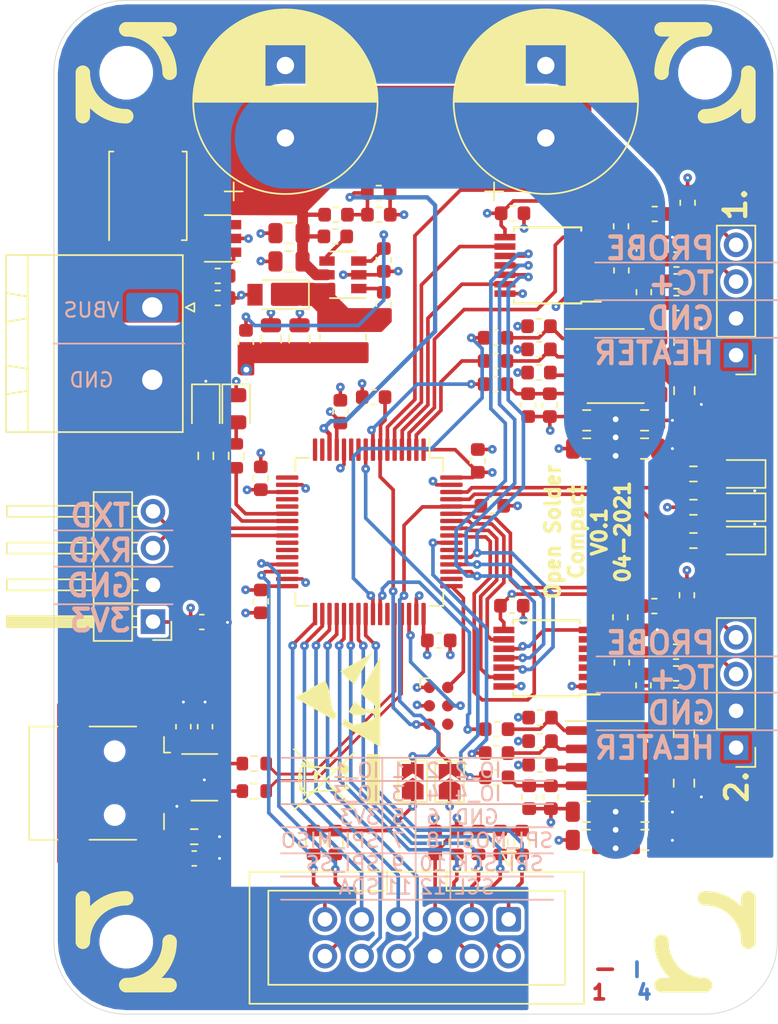
<source format=kicad_pcb>
(kicad_pcb (version 20171130) (host pcbnew "(5.1.9)-1")
  (layers (0 F.Cu signal) (1 In1.Cu signal) (2 In2.Cu signal) (31 B.Cu signal) (34 B.Paste user hide) (35 F.Paste user hide) (36 B.SilkS user) (37 F.SilkS user) (38 B.Mask user hide) (39 F.Mask user hide) (44 Edge.Cuts user))
  (net 0 "")
  (net 1 GND)
  (net 2 "Net-(C1-Pad1)")
  (net 3 "Net-(C2-Pad2)")
  (net 4 "Net-(C3-Pad2)")
  (net 5 /Front-End/Probe)
  (net 6 /Front-End/TC+)
  (net 7 /Front-End/HEATER)
  (net 8 +3V3)
  (net 9 "Net-(R3-Pad1)")
  (net 10 "Net-(R4-Pad1)")
  (net 11 "Net-(R12-Pad1)")
  (net 12 "Net-(R15-Pad2)")
  (net 13 "Net-(U1-Pad6)")
  (net 14 VBUS)
  (net 15 /SCK)
  (net 16 /SDO)
  (net 17 /PWM_IN_1)
  (net 18 /CS_EN_1)
  (net 19 /CS_1)
  (net 20 /SDI)
  (net 21 /Detect_1)
  (net 22 /FAULT_1)
  (net 23 /SS_1)
  (net 24 /DRDY_1)
  (net 25 "Net-(C16-Pad2)")
  (net 26 "Net-(C16-Pad1)")
  (net 27 "Net-(R18-Pad2)")
  (net 28 "Net-(R19-Pad2)")
  (net 29 "Net-(C20-Pad1)")
  (net 30 "Net-(C22-Pad2)")
  (net 31 "Net-(C23-Pad2)")
  (net 32 /sheet6064770F/HEATER)
  (net 33 /sheet6064770F/Probe)
  (net 34 /sheet6064770F/TC+)
  (net 35 /PWM_IN_2)
  (net 36 "Net-(R23-Pad1)")
  (net 37 /CS_EN_2)
  (net 38 "Net-(R24-Pad1)")
  (net 39 /CS_2)
  (net 40 /Detect_2)
  (net 41 "Net-(R32-Pad1)")
  (net 42 "Net-(R35-Pad2)")
  (net 43 /FAULT_2)
  (net 44 /SS_2)
  (net 45 /DRDY_2)
  (net 46 "Net-(U4-Pad6)")
  (net 47 "Net-(C55-Pad1)")
  (net 48 "Net-(C56-Pad2)")
  (net 49 "Net-(Q1-Pad4)")
  (net 50 /VBUS_M)
  (net 51 "Net-(U11-Pad54)")
  (net 52 "Net-(U11-Pad50)")
  (net 53 /MCU/SWCLK)
  (net 54 /MCU/SWDIO)
  (net 55 "Net-(U11-Pad26)")
  (net 56 "Net-(U11-Pad21)")
  (net 57 "Net-(U11-Pad20)")
  (net 58 "Net-(U11-Pad17)")
  (net 59 "Net-(U11-Pad16)")
  (net 60 "Net-(U11-Pad15)")
  (net 61 /MCU/NRST)
  (net 62 /MCU/BOOT0)
  (net 63 "Net-(J3-Pad4)")
  (net 64 "Net-(J3-Pad3)")
  (net 65 "Net-(J3-Pad2)")
  (net 66 "Net-(U11-Pad11)")
  (net 67 "Net-(U11-Pad10)")
  (net 68 "Net-(C31-Pad1)")
  (net 69 +5V)
  (net 70 "Net-(R6-Pad2)")
  (net 71 /MCU/USB_D+)
  (net 72 "Net-(R21-Pad2)")
  (net 73 /MCU/USB_D-)
  (net 74 "Net-(U11-Pad43)")
  (net 75 /MCU/RXD)
  (net 76 /MCU/TXD)
  (net 77 /MCU/SPI_MOSI)
  (net 78 /MCU/SPI_MISO)
  (net 79 /MCU/SPI_SCK)
  (net 80 /MCU/I2C_SDA)
  (net 81 /MCU/I2C_SCL)
  (net 82 /MCU/SPI_NSS)
  (net 83 /MCU/IO_4)
  (net 84 /MCU/IO_2)
  (net 85 /MCU/IO_3)
  (net 86 /MCU/IO_1)
  (net 87 "Net-(J6-Pad6)")
  (net 88 "Net-(D2-Pad2)")
  (net 89 "Net-(D3-Pad2)")
  (net 90 "Net-(D4-Pad2)")
  (net 91 "Net-(D5-Pad2)")
  (net 92 "Net-(D6-Pad2)")
  (net 93 /MCU/STAT)
  (net 94 /MCU/ERR)
  (net 95 /MCU/H1_STAT)
  (net 96 /MCU/H2_STAT)
  (net 97 "Net-(U11-Pad28)")
  (net 98 "Net-(U11-Pad27)")
  (module Symbol:WEEE-Logo_4.2x6mm_SilkScreen (layer F.Cu) (at 19.5 53.8 90)
    (fp_text reference REF** hide)
    (fp_text value WEEE-Logo_4.2x6mm_SilkScreen hide)
  )
  (module Symbol:ESD-Logo_6.6x6mm_SilkScreen (layer F.Cu) (at 19.6 48.3 90)
    (fp_text reference REF** hide)
    (fp_text value ESD-Logo_6.6x6mm_SilkScreen hide)
  )
  (module Resistor_SMD:R_0603_1608Metric (layer F.Cu) (at 44.2 37.3)
    (fp_text reference R44 hide)
    (fp_text value 1K)
    (pad 2 smd roundrect (at 0.825 0) (size 0.8 0.95) (layers F.Cu F.Paste F.Mask) (net 92 "Net-(D6-Pad2)"))
    (pad 1 smd roundrect (at -0.825 0) (size 0.8 0.95) (layers F.Cu F.Paste F.Mask) (net 96 /MCU/H2_STAT))
  )
  (module Resistor_SMD:R_0603_1608Metric (layer F.Cu) (at 44.2 32.7)
    (fp_text reference R43 hide)
    (fp_text value 1K)
    (pad 2 smd roundrect (at 0.825 0) (size 0.8 0.95) (layers F.Cu F.Paste F.Mask) (net 91 "Net-(D5-Pad2)"))
    (pad 1 smd roundrect (at -0.825 0) (size 0.8 0.95) (layers F.Cu F.Paste F.Mask) (net 95 /MCU/H1_STAT))
  )
  (module Resistor_SMD:R_0603_1608Metric (layer F.Cu) (at 12.6 31.45 90)
    (fp_text reference R42 hide)
    (fp_text value 1K)
    (pad 2 smd roundrect (at 0.825 0 90) (size 0.8 0.95) (layers F.Cu F.Paste F.Mask) (net 90 "Net-(D4-Pad2)"))
    (pad 1 smd roundrect (at -0.825 0 90) (size 0.8 0.95) (layers F.Cu F.Paste F.Mask) (net 94 /MCU/ERR))
  )
  (module Resistor_SMD:R_0603_1608Metric (layer F.Cu) (at 10.5 31.45 90)
    (fp_text reference R41 hide)
    (fp_text value 1K)
    (pad 2 smd roundrect (at 0.825 0 90) (size 0.8 0.95) (layers F.Cu F.Paste F.Mask) (net 89 "Net-(D3-Pad2)"))
    (pad 1 smd roundrect (at -0.825 0 90) (size 0.8 0.95) (layers F.Cu F.Paste F.Mask) (net 93 /MCU/STAT))
  )
  (module Resistor_SMD:R_0603_1608Metric (layer F.Cu) (at 44.2 35)
    (fp_text reference R40 hide)
    (fp_text value 1K)
    (pad 2 smd roundrect (at 0.825 0) (size 0.8 0.95) (layers F.Cu F.Paste F.Mask) (net 88 "Net-(D2-Pad2)"))
    (pad 1 smd roundrect (at -0.825 0) (size 0.8 0.95) (layers F.Cu F.Paste F.Mask) (net 8 +3V3))
  )
  (module LED_SMD:LED_0805_2012Metric (layer F.Cu) (at 47.5 37.3 180)
    (fp_text reference D6 hide)
    (fp_text value BLUE)
    (pad 2 smd roundrect (at 0.9375 0 180) (size 0.975 1.4) (layers F.Cu F.Paste F.Mask) (net 92 "Net-(D6-Pad2)"))
    (pad 1 smd roundrect (at -0.9375 0 180) (size 0.975 1.4) (layers F.Cu F.Paste F.Mask) (net 1 GND))
  )
  (module LED_SMD:LED_0805_2012Metric (layer F.Cu) (at 47.5 32.7 180)
    (fp_text reference D5 hide)
    (fp_text value BLUE)
    (pad 2 smd roundrect (at 0.9375 0 180) (size 0.975 1.4) (layers F.Cu F.Paste F.Mask) (net 91 "Net-(D5-Pad2)"))
    (pad 1 smd roundrect (at -0.9375 0 180) (size 0.975 1.4) (layers F.Cu F.Paste F.Mask) (net 1 GND))
  )
  (module LED_SMD:LED_0805_2012Metric (layer F.Cu) (at 12.6 28.2 270)
    (fp_text reference D4 hide)
    (fp_text value RED)
    (pad 2 smd roundrect (at 0.9375 0 270) (size 0.975 1.4) (layers F.Cu F.Paste F.Mask) (net 90 "Net-(D4-Pad2)"))
    (pad 1 smd roundrect (at -0.9375 0 270) (size 0.975 1.4) (layers F.Cu F.Paste F.Mask) (net 1 GND))
  )
  (module LED_SMD:LED_0805_2012Metric (layer F.Cu) (at 10.5 28.2 270)
    (fp_text reference D3 hide)
    (fp_text value GRN)
    (pad 2 smd roundrect (at 0.9375 0 270) (size 0.975 1.4) (layers F.Cu F.Paste F.Mask) (net 89 "Net-(D3-Pad2)"))
    (pad 1 smd roundrect (at -0.9375 0 270) (size 0.975 1.4) (layers F.Cu F.Paste F.Mask) (net 1 GND))
  )
  (module LED_SMD:LED_0805_2012Metric (layer F.Cu) (at 47.5 35 180)
    (fp_text reference D2 hide)
    (fp_text value GRN)
    (pad 2 smd roundrect (at 0.9375 0 180) (size 0.975 1.4) (layers F.Cu F.Paste F.Mask) (net 88 "Net-(D2-Pad2)"))
    (pad 1 smd roundrect (at -0.9375 0 180) (size 0.975 1.4) (layers F.Cu F.Paste F.Mask) (net 1 GND))
  )
  (module Connector_PinHeader_2.54mm:PinHeader_1x04_P2.54mm_Horizontal (layer F.Cu) (at 6.85 42.9 180)
    (fp_text reference J7 hide)
    (fp_text value EXT)
    (pad 4 thru_hole oval (at 0 7.62 180) (size 1.7 1.7) (drill 1) (layers *.Cu *.Mask) (net 76 /MCU/TXD))
    (pad 3 thru_hole oval (at 0 5.08 180) (size 1.7 1.7) (drill 1) (layers *.Cu *.Mask) (net 75 /MCU/RXD))
    (pad 2 thru_hole oval (at 0 2.54 180) (size 1.7 1.7) (drill 1) (layers *.Cu *.Mask) (net 1 GND))
    (pad 1 thru_hole rect (at 0 0 180) (size 1.7 1.7) (drill 1) (layers *.Cu *.Mask) (net 8 +3V3))
  )
  (module Capacitor_SMD:C_0603_1608Metric (layer F.Cu) (at 10.225 42.925)
    (fp_text reference C35 hide)
    (fp_text value 100nF)
    (pad 2 smd roundrect (at 0.775 0) (size 0.9 0.95) (layers F.Cu F.Paste F.Mask) (net 1 GND))
    (pad 1 smd roundrect (at -0.775 0) (size 0.9 0.95) (layers F.Cu F.Paste F.Mask) (net 8 +3V3))
  )
  (module Jumper:SolderJumper-2_P1.3mm_Open_TrianglePad1.0x1.5mm (layer F.Cu) (at 24.8 53.95 90)
    (fp_text reference JP2 hide)
    (fp_text value BOOT)
    (pad 1 smd custom (at -0.725 0 90) (size 0.3 0.3) (layers F.Cu F.Mask) (net 8 +3V3) (options (clearance outline) (anchor rect)) (primitives (gr_poly (pts (xy -0.5 -0.75) (xy 0.5 -0.75) (xy 1 0) (xy 0.5 0.75) (xy -0.5 0.75)) (width 0))))
    (pad 2 smd custom (at 0.725 0 90) (size 0.3 0.3) (layers F.Cu F.Mask) (net 62 /MCU/BOOT0) (options (clearance outline) (anchor rect)) (primitives (gr_poly (pts (xy -0.65 -0.75) (xy 0.5 -0.75) (xy 0.5 0.75) (xy -0.65 0.75) (xy -0.15 0)) (width 0))))
  )
  (module Jumper:SolderJumper-2_P1.3mm_Open_TrianglePad1.0x1.5mm (layer F.Cu) (at 27.35 53.95 90)
    (fp_text reference JP1 hide)
    (fp_text value RESET)
    (pad 1 smd custom (at -0.725 0 90) (size 0.3 0.3) (layers F.Cu F.Mask) (net 1 GND) (options (clearance outline) (anchor rect)) (primitives (gr_poly (pts (xy -0.5 -0.75) (xy 0.5 -0.75) (xy 1 0) (xy 0.5 0.75) (xy -0.5 0.75)) (width 0))))
    (pad 2 smd custom (at 0.725 0 90) (size 0.3 0.3) (layers F.Cu F.Mask) (net 61 /MCU/NRST) (options (clearance outline) (anchor rect)) (primitives (gr_poly (pts (xy -0.65 -0.75) (xy 0.5 -0.75) (xy 0.5 0.75) (xy -0.65 0.75) (xy -0.15 0)) (width 0))))
  )
  (module Connector:Tag-Connect_TC2030-IDC-NL_2x03_P1.27mm_Vertical (layer F.Cu) (at 26.584 48.71 270)
    (fp_text reference J6 hide)
    (fp_text value PROG)
    (pad 6 connect circle (at 1.27 -0.635 270) (size 0.7874 0.7874) (layers F.Cu F.Mask) (net 87 "Net-(J6-Pad6)"))
    (pad 5 connect circle (at 1.27 0.635 270) (size 0.7874 0.7874) (layers F.Cu F.Mask) (net 61 /MCU/NRST))
    (pad 4 connect circle (at 0 -0.635 270) (size 0.7874 0.7874) (layers F.Cu F.Mask) (net 54 /MCU/SWDIO))
    (pad 3 connect circle (at 0 0.635 270) (size 0.7874 0.7874) (layers F.Cu F.Mask) (net 1 GND))
    (pad 2 connect circle (at -1.27 -0.635 270) (size 0.7874 0.7874) (layers F.Cu F.Mask) (net 53 /MCU/SWCLK))
    (pad 1 connect circle (at -1.27 0.635 270) (size 0.7874 0.7874) (layers F.Cu F.Mask) (net 8 +3V3))
    (pad "" np_thru_hole circle (at -2.54 0 270) (size 0.9906 0.9906) (drill 0.9906) (layers *.Cu *.Mask))
    (pad "" np_thru_hole circle (at 2.54 1.016 270) (size 0.9906 0.9906) (drill 0.9906) (layers *.Cu *.Mask))
    (pad "" np_thru_hole circle (at 2.54 -1.016 270) (size 0.9906 0.9906) (drill 0.9906) (layers *.Cu *.Mask))
  )
  (module Resistor_SMD:R_0603_1608Metric (layer F.Cu) (at 19.45 58.15 270)
    (fp_text reference R39 hide)
    (fp_text value 5.6K)
    (pad 2 smd roundrect (at 0.825 0 270) (size 0.8 0.95) (layers F.Cu F.Paste F.Mask) (net 81 /MCU/I2C_SCL))
    (pad 1 smd roundrect (at -0.825 0 270) (size 0.8 0.95) (layers F.Cu F.Paste F.Mask) (net 8 +3V3))
  )
  (module Resistor_SMD:R_0603_1608Metric (layer F.Cu) (at 17.95 58.15 270)
    (fp_text reference R38 hide)
    (fp_text value 5.6K)
    (pad 2 smd roundrect (at 0.825 0 270) (size 0.8 0.95) (layers F.Cu F.Paste F.Mask) (net 80 /MCU/I2C_SDA))
    (pad 1 smd roundrect (at -0.825 0 270) (size 0.8 0.95) (layers F.Cu F.Paste F.Mask) (net 8 +3V3))
  )
  (module Resistor_SMD:R_0603_1608Metric (layer F.Cu) (at 27.85 58.15 270)
    (fp_text reference R37 hide)
    (fp_text value 1K)
    (pad 2 smd roundrect (at 0.825 0 270) (size 0.8 0.95) (layers F.Cu F.Paste F.Mask) (net 83 /MCU/IO_4))
    (pad 1 smd roundrect (at -0.825 0 270) (size 0.8 0.95) (layers F.Cu F.Paste F.Mask) (net 8 +3V3))
  )
  (module Resistor_SMD:R_0603_1608Metric (layer F.Cu) (at 29.35 58.15 270)
    (fp_text reference R36 hide)
    (fp_text value 1K)
    (pad 2 smd roundrect (at 0.825 0 270) (size 0.8 0.95) (layers F.Cu F.Paste F.Mask) (net 85 /MCU/IO_3))
    (pad 1 smd roundrect (at -0.825 0 270) (size 0.8 0.95) (layers F.Cu F.Paste F.Mask) (net 8 +3V3))
  )
  (module Resistor_SMD:R_0603_1608Metric (layer F.Cu) (at 30.85 58.15 270)
    (fp_text reference R26 hide)
    (fp_text value 1K)
    (pad 2 smd roundrect (at 0.825 0 270) (size 0.8 0.95) (layers F.Cu F.Paste F.Mask) (net 84 /MCU/IO_2))
    (pad 1 smd roundrect (at -0.825 0 270) (size 0.8 0.95) (layers F.Cu F.Paste F.Mask) (net 8 +3V3))
  )
  (module Resistor_SMD:R_0603_1608Metric (layer F.Cu) (at 32.35 58.15 270)
    (fp_text reference R22 hide)
    (fp_text value 1K)
    (pad 2 smd roundrect (at 0.825 0 270) (size 0.8 0.95) (layers F.Cu F.Paste F.Mask) (net 86 /MCU/IO_1))
    (pad 1 smd roundrect (at -0.825 0 270) (size 0.8 0.95) (layers F.Cu F.Paste F.Mask) (net 8 +3V3))
  )
  (module Connector_IDC:IDC-Header_2x06_P2.54mm_Vertical (layer F.Cu) (at 31.43 63.455 270)
    (fp_text reference J4 hide)
    (fp_text value HMI)
    (pad 12 thru_hole circle (at 2.54 12.7 270) (size 1.7 1.7) (drill 1) (layers *.Cu *.Mask) (net 81 /MCU/I2C_SCL))
    (pad 10 thru_hole circle (at 2.54 10.16 270) (size 1.7 1.7) (drill 1) (layers *.Cu *.Mask) (net 79 /MCU/SPI_SCK))
    (pad 8 thru_hole circle (at 2.54 7.62 270) (size 1.7 1.7) (drill 1) (layers *.Cu *.Mask) (net 77 /MCU/SPI_MOSI))
    (pad 6 thru_hole circle (at 2.54 5.08 270) (size 1.7 1.7) (drill 1) (layers *.Cu *.Mask) (net 1 GND))
    (pad 4 thru_hole circle (at 2.54 2.54 270) (size 1.7 1.7) (drill 1) (layers *.Cu *.Mask) (net 83 /MCU/IO_4))
    (pad 2 thru_hole circle (at 2.54 0 270) (size 1.7 1.7) (drill 1) (layers *.Cu *.Mask) (net 84 /MCU/IO_2))
    (pad 11 thru_hole circle (at 0 12.7 270) (size 1.7 1.7) (drill 1) (layers *.Cu *.Mask) (net 80 /MCU/I2C_SDA))
    (pad 9 thru_hole circle (at 0 10.16 270) (size 1.7 1.7) (drill 1) (layers *.Cu *.Mask) (net 82 /MCU/SPI_NSS))
    (pad 7 thru_hole circle (at 0 7.62 270) (size 1.7 1.7) (drill 1) (layers *.Cu *.Mask) (net 78 /MCU/SPI_MISO))
    (pad 5 thru_hole circle (at 0 5.08 270) (size 1.7 1.7) (drill 1) (layers *.Cu *.Mask) (net 8 +3V3))
    (pad 3 thru_hole circle (at 0 2.54 270) (size 1.7 1.7) (drill 1) (layers *.Cu *.Mask) (net 85 /MCU/IO_3))
    (pad 1 thru_hole roundrect (at 0 0 270) (size 1.7 1.7) (drill 1) (layers *.Cu *.Mask) (roundrect_rratio 0.1470588235294118) (net 86 /MCU/IO_1))
  )
  (module Capacitor_SMD:C_0603_1608Metric (layer F.Cu) (at 26.35 58.15 90)
    (fp_text reference C34 hide)
    (fp_text value 100nF)
    (pad 2 smd roundrect (at 0.775 0 90) (size 0.9 0.95) (layers F.Cu F.Paste F.Mask) (net 1 GND))
    (pad 1 smd roundrect (at -0.775 0 90) (size 0.9 0.95) (layers F.Cu F.Paste F.Mask) (net 8 +3V3))
  )
  (module Package_TO_SOT_SMD:SOT-23-6 (layer F.Cu) (at 10.4 53.65)
    (fp_text reference U6 hide)
    (fp_text value WE-TVS-82400102)
    (pad 5 smd rect (at 1.1 0) (size 1.06 0.65) (layers F.Cu F.Paste F.Mask) (net 69 +5V))
    (pad 6 smd rect (at 1.1 -0.95) (size 1.06 0.65) (layers F.Cu F.Paste F.Mask) (net 72 "Net-(R21-Pad2)"))
    (pad 4 smd rect (at 1.1 0.95) (size 1.06 0.65) (layers F.Cu F.Paste F.Mask) (net 70 "Net-(R6-Pad2)"))
    (pad 3 smd rect (at -1.1 0.95) (size 1.06 0.65) (layers F.Cu F.Paste F.Mask) (net 64 "Net-(J3-Pad3)"))
    (pad 2 smd rect (at -1.1 0) (size 1.06 0.65) (layers F.Cu F.Paste F.Mask) (net 1 GND))
    (pad 1 smd rect (at -1.1 -0.95) (size 1.06 0.65) (layers F.Cu F.Paste F.Mask) (net 65 "Net-(J3-Pad2)"))
  )
  (module Resistor_SMD:R_0603_1608Metric (layer F.Cu) (at 13.85 52.7 180)
    (fp_text reference R21 hide)
    (fp_text value 22E)
    (pad 2 smd roundrect (at 0.825 0 180) (size 0.8 0.95) (layers F.Cu F.Paste F.Mask) (net 72 "Net-(R21-Pad2)"))
    (pad 1 smd roundrect (at -0.825 0 180) (size 0.8 0.95) (layers F.Cu F.Paste F.Mask) (net 73 /MCU/USB_D-))
  )
  (module Resistor_SMD:R_0603_1608Metric (layer F.Cu) (at 13.85 54.6 180)
    (fp_text reference R6 hide)
    (fp_text value 22E)
    (pad 2 smd roundrect (at 0.825 0 180) (size 0.8 0.95) (layers F.Cu F.Paste F.Mask) (net 70 "Net-(R6-Pad2)"))
    (pad 1 smd roundrect (at -0.825 0 180) (size 0.8 0.95) (layers F.Cu F.Paste F.Mask) (net 71 /MCU/USB_D+))
  )
  (module Resistor_SMD:R_0603_1608Metric (layer F.Cu) (at 9.7 57.75)
    (fp_text reference R2 hide)
    (fp_text value 1M)
    (pad 2 smd roundrect (at 0.825 0) (size 0.8 0.95) (layers F.Cu F.Paste F.Mask) (net 1 GND))
    (pad 1 smd roundrect (at -0.825 0) (size 0.8 0.95) (layers F.Cu F.Paste F.Mask) (net 68 "Net-(C31-Pad1)"))
  )
  (module Capacitor_SMD:C_0603_1608Metric (layer F.Cu) (at 10.45 50.15 90)
    (fp_text reference C33 hide)
    (fp_text value 100nF)
    (pad 2 smd roundrect (at 0.775 0 90) (size 0.9 0.95) (layers F.Cu F.Paste F.Mask) (net 1 GND))
    (pad 1 smd roundrect (at -0.775 0 90) (size 0.9 0.95) (layers F.Cu F.Paste F.Mask) (net 69 +5V))
  )
  (module Capacitor_SMD:C_0603_1608Metric (layer F.Cu) (at 8.95 50.15 90)
    (fp_text reference C32 hide)
    (fp_text value 1U)
    (pad 2 smd roundrect (at 0.775 0 90) (size 0.9 0.95) (layers F.Cu F.Paste F.Mask) (net 1 GND))
    (pad 1 smd roundrect (at -0.775 0 90) (size 0.9 0.95) (layers F.Cu F.Paste F.Mask) (net 69 +5V))
  )
  (module Capacitor_SMD:C_0603_1608Metric (layer F.Cu) (at 9.7 59.25)
    (fp_text reference C31 hide)
    (fp_text value 10nF)
    (pad 2 smd roundrect (at 0.775 0) (size 0.9 0.95) (layers F.Cu F.Paste F.Mask) (net 1 GND))
    (pad 1 smd roundrect (at -0.775 0) (size 0.9 0.95) (layers F.Cu F.Paste F.Mask) (net 68 "Net-(C31-Pad1)"))
  )
  (module Connector_USB:USB_Mini-B_Lumberg_2486_01_Horizontal (layer F.Cu) (at 4.2 54.05 270)
    (fp_text reference J3 hide)
    (fp_text value USB_B_Mini)
    (pad "" np_thru_hole circle (at 2.2 0 270) (size 1 1) (drill 1) (layers *.Cu *.Mask))
    (pad "" np_thru_hole circle (at -2.2 0 270) (size 1 1) (drill 1) (layers *.Cu *.Mask))
    (pad 6 smd rect (at 4.45 2.85 270) (size 2 1.7) (layers F.Cu F.Paste F.Mask) (net 68 "Net-(C31-Pad1)"))
    (pad 6 smd rect (at 4.45 -2.6 270) (size 2 1.7) (layers F.Cu F.Paste F.Mask) (net 68 "Net-(C31-Pad1)"))
    (pad 6 smd rect (at -4.45 2.85 270) (size 2 1.7) (layers F.Cu F.Paste F.Mask) (net 68 "Net-(C31-Pad1)"))
    (pad 6 smd rect (at -4.45 -2.6 270) (size 2 1.7) (layers F.Cu F.Paste F.Mask) (net 68 "Net-(C31-Pad1)"))
    (pad 5 smd rect (at 1.6 -2.7 270) (size 0.5 2) (layers F.Cu F.Paste F.Mask) (net 1 GND))
    (pad 4 smd rect (at 0.8 -2.7 270) (size 0.5 2) (layers F.Cu F.Paste F.Mask) (net 63 "Net-(J3-Pad4)"))
    (pad 3 smd rect (at 0 -2.7 270) (size 0.5 2) (layers F.Cu F.Paste F.Mask) (net 64 "Net-(J3-Pad3)"))
    (pad 2 smd rect (at -0.8 -2.7 270) (size 0.5 2) (layers F.Cu F.Paste F.Mask) (net 65 "Net-(J3-Pad2)"))
    (pad 1 smd rect (at -1.6 -2.7 270) (size 0.5 2) (layers F.Cu F.Paste F.Mask) (net 69 +5V))
  )
  (module Connector_PinHeader_2.54mm:PinHeader_1x04_P2.54mm_Vertical (layer F.Cu) (at 47.15 51.6 180)
    (fp_text reference J2 hide)
    (fp_text value IRON)
    (pad 4 thru_hole oval (at 0 7.62 180) (size 1.7 1.7) (drill 1) (layers *.Cu *.Mask) (net 33 /sheet6064770F/Probe))
    (pad 3 thru_hole oval (at 0 5.08 180) (size 1.7 1.7) (drill 1) (layers *.Cu *.Mask) (net 34 /sheet6064770F/TC+))
    (pad 2 thru_hole oval (at 0 2.54 180) (size 1.7 1.7) (drill 1) (layers *.Cu *.Mask) (net 1 GND))
    (pad 1 thru_hole rect (at 0 0 180) (size 1.7 1.7) (drill 1) (layers *.Cu *.Mask) (net 32 /sheet6064770F/HEATER))
  )
  (module Connector_PinHeader_2.54mm:PinHeader_1x04_P2.54mm_Vertical (layer F.Cu) (at 47.15 24.5 180)
    (fp_text reference J1 hide)
    (fp_text value IRON)
    (pad 4 thru_hole oval (at 0 7.62 180) (size 1.7 1.7) (drill 1) (layers *.Cu *.Mask) (net 5 /Front-End/Probe))
    (pad 3 thru_hole oval (at 0 5.08 180) (size 1.7 1.7) (drill 1) (layers *.Cu *.Mask) (net 6 /Front-End/TC+))
    (pad 2 thru_hole oval (at 0 2.54 180) (size 1.7 1.7) (drill 1) (layers *.Cu *.Mask) (net 1 GND))
    (pad 1 thru_hole rect (at 0 0 180) (size 1.7 1.7) (drill 1) (layers *.Cu *.Mask) (net 7 /Front-End/HEATER))
  )
  (module Connector_Phoenix_MSTB:PhoenixContact_MSTBA_2,5_2-G_1x02_P5.00mm_Horizontal (layer F.Cu) (at 6.8 21.2 270)
    (fp_text reference J5 hide)
    (fp_text value Power)
    (pad 2 thru_hole oval (at 5 0 270) (size 2 3.6) (drill 1.4) (layers *.Cu *.Mask) (net 1 GND))
    (pad 1 thru_hole roundrect (at 0 0 270) (size 2 3.6) (drill 1.4) (layers *.Cu *.Mask) (roundrect_rratio 0.125) (net 47 "Net-(C55-Pad1)"))
  )
  (module Package_QFP:LQFP-64_10x10mm_P0.5mm (layer F.Cu) (at 21.8 36.7 270)
    (fp_text reference U11 hide)
    (fp_text value STM32L433RCTx)
    (pad 64 smd roundrect (at -3.75 -5.675 270) (size 0.3 1.55) (layers F.Cu F.Paste F.Mask) (net 8 +3V3))
    (pad 63 smd roundrect (at -3.25 -5.675 270) (size 0.3 1.55) (layers F.Cu F.Paste F.Mask) (net 1 GND))
    (pad 62 smd roundrect (at -2.75 -5.675 270) (size 0.3 1.55) (layers F.Cu F.Paste F.Mask) (net 95 /MCU/H1_STAT))
    (pad 61 smd roundrect (at -2.25 -5.675 270) (size 0.3 1.55) (layers F.Cu F.Paste F.Mask) (net 96 /MCU/H2_STAT))
    (pad 60 smd roundrect (at -1.75 -5.675 270) (size 0.3 1.55) (layers F.Cu F.Paste F.Mask) (net 62 /MCU/BOOT0))
    (pad 59 smd roundrect (at -1.25 -5.675 270) (size 0.3 1.55) (layers F.Cu F.Paste F.Mask) (net 40 /Detect_2))
    (pad 58 smd roundrect (at -0.75 -5.675 270) (size 0.3 1.55) (layers F.Cu F.Paste F.Mask) (net 44 /SS_2))
    (pad 57 smd roundrect (at -0.25 -5.675 270) (size 0.3 1.55) (layers F.Cu F.Paste F.Mask) (net 43 /FAULT_2))
    (pad 56 smd roundrect (at 0.25 -5.675 270) (size 0.3 1.55) (layers F.Cu F.Paste F.Mask) (net 45 /DRDY_2))
    (pad 55 smd roundrect (at 0.75 -5.675 270) (size 0.3 1.55) (layers F.Cu F.Paste F.Mask) (net 37 /CS_EN_2))
    (pad 54 smd roundrect (at 1.25 -5.675 270) (size 0.3 1.55) (layers F.Cu F.Paste F.Mask) (net 51 "Net-(U11-Pad54)"))
    (pad 53 smd roundrect (at 1.75 -5.675 270) (size 0.3 1.55) (layers F.Cu F.Paste F.Mask) (net 20 /SDI))
    (pad 52 smd roundrect (at 2.25 -5.675 270) (size 0.3 1.55) (layers F.Cu F.Paste F.Mask) (net 16 /SDO))
    (pad 51 smd roundrect (at 2.75 -5.675 270) (size 0.3 1.55) (layers F.Cu F.Paste F.Mask) (net 15 /SCK))
    (pad 50 smd roundrect (at 3.25 -5.675 270) (size 0.3 1.55) (layers F.Cu F.Paste F.Mask) (net 52 "Net-(U11-Pad50)"))
    (pad 49 smd roundrect (at 3.75 -5.675 270) (size 0.3 1.55) (layers F.Cu F.Paste F.Mask) (net 53 /MCU/SWCLK))
    (pad 48 smd roundrect (at 5.675 -3.75 270) (size 1.55 0.3) (layers F.Cu F.Paste F.Mask) (net 8 +3V3))
    (pad 47 smd roundrect (at 5.675 -3.25 270) (size 1.55 0.3) (layers F.Cu F.Paste F.Mask) (net 1 GND))
    (pad 46 smd roundrect (at 5.675 -2.75 270) (size 1.55 0.3) (layers F.Cu F.Paste F.Mask) (net 54 /MCU/SWDIO))
    (pad 45 smd roundrect (at 5.675 -2.25 270) (size 1.55 0.3) (layers F.Cu F.Paste F.Mask) (net 71 /MCU/USB_D+))
    (pad 44 smd roundrect (at 5.675 -1.75 270) (size 1.55 0.3) (layers F.Cu F.Paste F.Mask) (net 73 /MCU/USB_D-))
    (pad 43 smd roundrect (at 5.675 -1.25 270) (size 1.55 0.3) (layers F.Cu F.Paste F.Mask) (net 74 "Net-(U11-Pad43)"))
    (pad 42 smd roundrect (at 5.675 -0.75 270) (size 1.55 0.3) (layers F.Cu F.Paste F.Mask) (net 35 /PWM_IN_2))
    (pad 41 smd roundrect (at 5.675 -0.25 270) (size 1.55 0.3) (layers F.Cu F.Paste F.Mask) (net 17 /PWM_IN_1))
    (pad 40 smd roundrect (at 5.675 0.25 270) (size 1.55 0.3) (layers F.Cu F.Paste F.Mask) (net 86 /MCU/IO_1))
    (pad 39 smd roundrect (at 5.675 0.75 270) (size 1.55 0.3) (layers F.Cu F.Paste F.Mask) (net 84 /MCU/IO_2))
    (pad 38 smd roundrect (at 5.675 1.25 270) (size 1.55 0.3) (layers F.Cu F.Paste F.Mask) (net 85 /MCU/IO_3))
    (pad 37 smd roundrect (at 5.675 1.75 270) (size 1.55 0.3) (layers F.Cu F.Paste F.Mask) (net 83 /MCU/IO_4))
    (pad 36 smd roundrect (at 5.675 2.25 270) (size 1.55 0.3) (layers F.Cu F.Paste F.Mask) (net 77 /MCU/SPI_MOSI))
    (pad 35 smd roundrect (at 5.675 2.75 270) (size 1.55 0.3) (layers F.Cu F.Paste F.Mask) (net 78 /MCU/SPI_MISO))
    (pad 34 smd roundrect (at 5.675 3.25 270) (size 1.55 0.3) (layers F.Cu F.Paste F.Mask) (net 79 /MCU/SPI_SCK))
    (pad 33 smd roundrect (at 5.675 3.75 270) (size 1.55 0.3) (layers F.Cu F.Paste F.Mask) (net 82 /MCU/SPI_NSS))
    (pad 32 smd roundrect (at 3.75 5.675 270) (size 0.3 1.55) (layers F.Cu F.Paste F.Mask) (net 8 +3V3))
    (pad 31 smd roundrect (at 3.25 5.675 270) (size 0.3 1.55) (layers F.Cu F.Paste F.Mask) (net 1 GND))
    (pad 30 smd roundrect (at 2.75 5.675 270) (size 0.3 1.55) (layers F.Cu F.Paste F.Mask) (net 80 /MCU/I2C_SDA))
    (pad 29 smd roundrect (at 2.25 5.675 270) (size 0.3 1.55) (layers F.Cu F.Paste F.Mask) (net 81 /MCU/I2C_SCL))
    (pad 28 smd roundrect (at 1.75 5.675 270) (size 0.3 1.55) (layers F.Cu F.Paste F.Mask) (net 97 "Net-(U11-Pad28)"))
    (pad 27 smd roundrect (at 1.25 5.675 270) (size 0.3 1.55) (layers F.Cu F.Paste F.Mask) (net 98 "Net-(U11-Pad27)"))
    (pad 26 smd roundrect (at 0.75 5.675 270) (size 0.3 1.55) (layers F.Cu F.Paste F.Mask) (net 55 "Net-(U11-Pad26)"))
    (pad 25 smd roundrect (at 0.25 5.675 270) (size 0.3 1.55) (layers F.Cu F.Paste F.Mask) (net 75 /MCU/RXD))
    (pad 24 smd roundrect (at -0.25 5.675 270) (size 0.3 1.55) (layers F.Cu F.Paste F.Mask) (net 76 /MCU/TXD))
    (pad 23 smd roundrect (at -0.75 5.675 270) (size 0.3 1.55) (layers F.Cu F.Paste F.Mask) (net 93 /MCU/STAT))
    (pad 22 smd roundrect (at -1.25 5.675 270) (size 0.3 1.55) (layers F.Cu F.Paste F.Mask) (net 94 /MCU/ERR))
    (pad 21 smd roundrect (at -1.75 5.675 270) (size 0.3 1.55) (layers F.Cu F.Paste F.Mask) (net 56 "Net-(U11-Pad21)"))
    (pad 20 smd roundrect (at -2.25 5.675 270) (size 0.3 1.55) (layers F.Cu F.Paste F.Mask) (net 57 "Net-(U11-Pad20)"))
    (pad 19 smd roundrect (at -2.75 5.675 270) (size 0.3 1.55) (layers F.Cu F.Paste F.Mask) (net 8 +3V3))
    (pad 18 smd roundrect (at -3.25 5.675 270) (size 0.3 1.55) (layers F.Cu F.Paste F.Mask) (net 1 GND))
    (pad 17 smd roundrect (at -3.75 5.675 270) (size 0.3 1.55) (layers F.Cu F.Paste F.Mask) (net 58 "Net-(U11-Pad17)"))
    (pad 16 smd roundrect (at -5.675 3.75 270) (size 1.55 0.3) (layers F.Cu F.Paste F.Mask) (net 59 "Net-(U11-Pad16)"))
    (pad 15 smd roundrect (at -5.675 3.25 270) (size 1.55 0.3) (layers F.Cu F.Paste F.Mask) (net 60 "Net-(U11-Pad15)"))
    (pad 14 smd roundrect (at -5.675 2.75 270) (size 1.55 0.3) (layers F.Cu F.Paste F.Mask) (net 50 /VBUS_M))
    (pad 13 smd roundrect (at -5.675 2.25 270) (size 1.55 0.3) (layers F.Cu F.Paste F.Mask) (net 8 +3V3))
    (pad 12 smd roundrect (at -5.675 1.75 270) (size 1.55 0.3) (layers F.Cu F.Paste F.Mask) (net 1 GND))
    (pad 11 smd roundrect (at -5.675 1.25 270) (size 1.55 0.3) (layers F.Cu F.Paste F.Mask) (net 66 "Net-(U11-Pad11)"))
    (pad 10 smd roundrect (at -5.675 0.75 270) (size 1.55 0.3) (layers F.Cu F.Paste F.Mask) (net 67 "Net-(U11-Pad10)"))
    (pad 9 smd roundrect (at -5.675 0.25 270) (size 1.55 0.3) (layers F.Cu F.Paste F.Mask) (net 39 /CS_2))
    (pad 8 smd roundrect (at -5.675 -0.25 270) (size 1.55 0.3) (layers F.Cu F.Paste F.Mask) (net 19 /CS_1))
    (pad 7 smd roundrect (at -5.675 -0.75 270) (size 1.55 0.3) (layers F.Cu F.Paste F.Mask) (net 61 /MCU/NRST))
    (pad 6 smd roundrect (at -5.675 -1.25 270) (size 1.55 0.3) (layers F.Cu F.Paste F.Mask) (net 21 /Detect_1))
    (pad 5 smd roundrect (at -5.675 -1.75 270) (size 1.55 0.3) (layers F.Cu F.Paste F.Mask) (net 23 /SS_1))
    (pad 4 smd roundrect (at -5.675 -2.25 270) (size 1.55 0.3) (layers F.Cu F.Paste F.Mask) (net 22 /FAULT_1))
    (pad 3 smd roundrect (at -5.675 -2.75 270) (size 1.55 0.3) (layers F.Cu F.Paste F.Mask) (net 24 /DRDY_1))
    (pad 2 smd roundrect (at -5.675 -3.25 270) (size 1.55 0.3) (layers F.Cu F.Paste F.Mask) (net 18 /CS_EN_1))
    (pad 1 smd roundrect (at -5.675 -3.75 270) (size 1.55 0.3) (layers F.Cu F.Paste F.Mask) (net 8 +3V3))
  )
  (module Resistor_SMD:R_0603_1608Metric (layer F.Cu) (at 30.3 34.9)
    (fp_text reference R1 hide)
    (fp_text value 10K)
    (pad 2 smd roundrect (at 0.7875 0) (size 0.875 0.95) (layers F.Cu F.Paste F.Mask) (net 1 GND))
    (pad 1 smd roundrect (at -0.7875 0) (size 0.875 0.95) (layers F.Cu F.Paste F.Mask) (net 62 /MCU/BOOT0))
  )
  (module Capacitor_SMD:C_0603_1608Metric (layer F.Cu) (at 29.3 31.8 90)
    (fp_text reference C64 hide)
    (fp_text value 100nF)
    (pad 2 smd roundrect (at 0.7875 0 90) (size 0.875 0.95) (layers F.Cu F.Paste F.Mask) (net 1 GND))
    (pad 1 smd roundrect (at -0.7875 0 90) (size 0.875 0.95) (layers F.Cu F.Paste F.Mask) (net 8 +3V3))
  )
  (module Capacitor_SMD:C_0603_1608Metric (layer F.Cu) (at 26.6 44.2)
    (fp_text reference C63 hide)
    (fp_text value 100nF)
    (pad 2 smd roundrect (at 0.7875 0) (size 0.875 0.95) (layers F.Cu F.Paste F.Mask) (net 1 GND))
    (pad 1 smd roundrect (at -0.7875 0) (size 0.875 0.95) (layers F.Cu F.Paste F.Mask) (net 8 +3V3))
  )
  (module Capacitor_SMD:C_0603_1608Metric (layer F.Cu) (at 14.3 41.5 270)
    (fp_text reference C62 hide)
    (fp_text value 100nF)
    (pad 2 smd roundrect (at 0.7875 0 270) (size 0.875 0.95) (layers F.Cu F.Paste F.Mask) (net 1 GND))
    (pad 1 smd roundrect (at -0.7875 0 270) (size 0.875 0.95) (layers F.Cu F.Paste F.Mask) (net 8 +3V3))
  )
  (module Capacitor_SMD:C_0603_1608Metric (layer F.Cu) (at 14.3 33 90)
    (fp_text reference C61 hide)
    (fp_text value 100nF)
    (pad 2 smd roundrect (at 0.7875 0 90) (size 0.875 0.95) (layers F.Cu F.Paste F.Mask) (net 1 GND))
    (pad 1 smd roundrect (at -0.7875 0 90) (size 0.875 0.95) (layers F.Cu F.Paste F.Mask) (net 8 +3V3))
  )
  (module Capacitor_SMD:C_0603_1608Metric (layer F.Cu) (at 19.8 28.4 90)
    (fp_text reference C60 hide)
    (fp_text value 100nF)
    (pad 2 smd roundrect (at 0.7875 0 90) (size 0.875 0.95) (layers F.Cu F.Paste F.Mask) (net 1 GND))
    (pad 1 smd roundrect (at -0.7875 0 90) (size 0.875 0.95) (layers F.Cu F.Paste F.Mask) (net 8 +3V3))
  )
  (module Capacitor_SMD:C_0603_1608Metric (layer F.Cu) (at 22.1 27.4 180)
    (fp_text reference C59 hide)
    (fp_text value 100nF)
    (pad 2 smd roundrect (at 0.7875 0 180) (size 0.875 0.95) (layers F.Cu F.Paste F.Mask) (net 1 GND))
    (pad 1 smd roundrect (at -0.7875 0 180) (size 0.875 0.95) (layers F.Cu F.Paste F.Mask) (net 61 /MCU/NRST))
  )
  (module Capacitor_THT:CP_Radial_D12.5mm_P5.00mm (layer F.Cu) (at 16 9.5 90)
    (fp_text reference C58 hide)
    (fp_text value 1000uF)
    (pad 2 thru_hole circle (at 5 0 90) (size 2.4 2.4) (drill 1.2) (layers *.Cu *.Mask) (net 1 GND))
    (pad 1 thru_hole rect (at 0 0 90) (size 2.4 2.4) (drill 1.2) (layers *.Cu *.Mask) (net 14 VBUS))
  )
  (module Capacitor_THT:CP_Radial_D12.5mm_P5.00mm (layer F.Cu) (at 34 9.5 90)
    (fp_text reference C57 hide)
    (fp_text value 1000uF)
    (pad 2 thru_hole circle (at 5 0 90) (size 2.4 2.4) (drill 1.2) (layers *.Cu *.Mask) (net 1 GND))
    (pad 1 thru_hole rect (at 0 0 90) (size 2.4 2.4) (drill 1.2) (layers *.Cu *.Mask) (net 14 VBUS))
  )
  (module Package_TO_SOT_SMD:SOT-23-6 (layer F.Cu) (at 11.32 16.44 180)
    (fp_text reference U10 hide)
    (fp_text value LM74700)
    (pad 5 smd rect (at 1.1 0 180) (size 1.06 0.65) (layers F.Cu F.Paste F.Mask) (net 49 "Net-(Q1-Pad4)"))
    (pad 6 smd rect (at 1.1 -0.95 180) (size 1.06 0.65) (layers F.Cu F.Paste F.Mask) (net 47 "Net-(C55-Pad1)"))
    (pad 4 smd rect (at 1.1 0.95 180) (size 1.06 0.65) (layers F.Cu F.Paste F.Mask) (net 14 VBUS))
    (pad 3 smd rect (at -1.1 0.95 180) (size 1.06 0.65) (layers F.Cu F.Paste F.Mask) (net 47 "Net-(C55-Pad1)"))
    (pad 2 smd rect (at -1.1 0 180) (size 1.06 0.65) (layers F.Cu F.Paste F.Mask) (net 1 GND))
    (pad 1 smd rect (at -1.1 -0.95 180) (size 1.06 0.65) (layers F.Cu F.Paste F.Mask) (net 48 "Net-(C56-Pad2)"))
  )
  (module Package_TO_SOT_SMD:TDSON-8-1 (layer F.Cu) (at 6.5 13.5 90)
    (fp_text reference Q1 hide)
    (fp_text value BSC028N06LS3)
    (pad 5 smd rect (at 1.05 0 90) (size 4.55 4.41) (layers F.Cu) (net 14 VBUS))
    (pad 4 smd rect (at -2.9 1.905 90) (size 0.85 0.5) (layers F.Cu F.Paste F.Mask) (net 49 "Net-(Q1-Pad4)"))
    (pad 3 smd rect (at -2.9 0.635 90) (size 0.85 0.5) (layers F.Cu F.Paste F.Mask) (net 47 "Net-(C55-Pad1)"))
    (pad 2 smd rect (at -2.9 -0.635 90) (size 0.85 0.5) (layers F.Cu F.Paste F.Mask) (net 47 "Net-(C55-Pad1)"))
    (pad 1 smd rect (at -2.9 -1.905 90) (size 0.85 0.5) (layers F.Cu F.Paste F.Mask) (net 47 "Net-(C55-Pad1)"))
  )
  (module Capacitor_SMD:C_0603_1608Metric (layer F.Cu) (at 11.325 19.025)
    (fp_text reference C56 hide)
    (fp_text value 100nF)
    (pad 2 smd roundrect (at 0.7875 0) (size 0.875 0.95) (layers F.Cu F.Paste F.Mask) (net 48 "Net-(C56-Pad2)"))
    (pad 1 smd roundrect (at -0.7875 0) (size 0.875 0.95) (layers F.Cu F.Paste F.Mask) (net 47 "Net-(C55-Pad1)"))
  )
  (module Capacitor_SMD:C_0603_1608Metric (layer F.Cu) (at 11.325 20.55)
    (fp_text reference C55 hide)
    (fp_text value 22nF)
    (pad 2 smd roundrect (at 0.7875 0) (size 0.875 0.95) (layers F.Cu F.Paste F.Mask) (net 1 GND))
    (pad 1 smd roundrect (at -0.7875 0) (size 0.875 0.95) (layers F.Cu F.Paste F.Mask) (net 47 "Net-(C55-Pad1)"))
  )
  (module Package_SO:SOIC-8_3.9x4.9mm_P1.27mm (layer F.Cu) (at 38.825 52.325)
    (fp_text reference U5 hide)
    (fp_text value NCV84140)
    (pad 8 smd roundrect (at 2.475 -1.905) (size 1.95 0.6) (layers F.Cu F.Paste F.Mask) (net 14 VBUS))
    (pad 7 smd roundrect (at 2.475 -0.635) (size 1.95 0.6) (layers F.Cu F.Paste F.Mask) (net 32 /sheet6064770F/HEATER))
    (pad 6 smd roundrect (at 2.475 0.635) (size 1.95 0.6) (layers F.Cu F.Paste F.Mask) (net 32 /sheet6064770F/HEATER))
    (pad 5 smd roundrect (at 2.475 1.905) (size 1.95 0.6) (layers F.Cu F.Paste F.Mask) (net 14 VBUS))
    (pad 4 smd roundrect (at -2.475 1.905) (size 1.95 0.6) (layers F.Cu F.Paste F.Mask) (net 29 "Net-(C20-Pad1)"))
    (pad 3 smd roundrect (at -2.475 0.635) (size 1.95 0.6) (layers F.Cu F.Paste F.Mask) (net 41 "Net-(R32-Pad1)"))
    (pad 2 smd roundrect (at -2.475 -0.635) (size 1.95 0.6) (layers F.Cu F.Paste F.Mask) (net 38 "Net-(R24-Pad1)"))
    (pad 1 smd roundrect (at -2.475 -1.905) (size 1.95 0.6) (layers F.Cu F.Paste F.Mask) (net 36 "Net-(R23-Pad1)"))
  )
  (module Package_SO:TSSOP-14_4.4x5mm_P0.65mm (layer F.Cu) (at 34.05 45.425 180)
    (fp_text reference U4 hide)
    (fp_text value MAX31856)
    (pad 14 smd rect (at 2.95 -1.95 180) (size 1.45 0.45) (layers F.Cu F.Paste F.Mask) (net 1 GND))
    (pad 13 smd rect (at 2.95 -1.3 180) (size 1.45 0.45) (layers F.Cu F.Paste F.Mask) (net 43 /FAULT_2))
    (pad 12 smd rect (at 2.95 -0.65 180) (size 1.45 0.45) (layers F.Cu F.Paste F.Mask) (net 20 /SDI))
    (pad 11 smd rect (at 2.95 0 180) (size 1.45 0.45) (layers F.Cu F.Paste F.Mask) (net 16 /SDO))
    (pad 10 smd rect (at 2.95 0.65 180) (size 1.45 0.45) (layers F.Cu F.Paste F.Mask) (net 15 /SCK))
    (pad 9 smd rect (at 2.95 1.3 180) (size 1.45 0.45) (layers F.Cu F.Paste F.Mask) (net 44 /SS_2))
    (pad 8 smd rect (at 2.95 1.95 180) (size 1.45 0.45) (layers F.Cu F.Paste F.Mask) (net 8 +3V3))
    (pad 7 smd rect (at -2.95 1.95 180) (size 1.45 0.45) (layers F.Cu F.Paste F.Mask) (net 45 /DRDY_2))
    (pad 6 smd rect (at -2.95 1.3 180) (size 1.45 0.45) (layers F.Cu F.Paste F.Mask) (net 46 "Net-(U4-Pad6)"))
    (pad 5 smd rect (at -2.95 0.65 180) (size 1.45 0.45) (layers F.Cu F.Paste F.Mask) (net 8 +3V3))
    (pad 4 smd rect (at -2.95 0 180) (size 1.45 0.45) (layers F.Cu F.Paste F.Mask) (net 30 "Net-(C22-Pad2)"))
    (pad 3 smd rect (at -2.95 -0.65 180) (size 1.45 0.45) (layers F.Cu F.Paste F.Mask) (net 31 "Net-(C23-Pad2)"))
    (pad 2 smd rect (at -2.95 -1.3 180) (size 1.45 0.45) (layers F.Cu F.Paste F.Mask) (net 42 "Net-(R35-Pad2)"))
    (pad 1 smd rect (at -2.95 -1.95 180) (size 1.45 0.45) (layers F.Cu F.Paste F.Mask) (net 1 GND))
  )
  (module Resistor_SMD:R_0603_1608Metric (layer F.Cu) (at 43 47.975 180)
    (fp_text reference R35 hide)
    (fp_text value 2K)
    (pad 2 smd roundrect (at 0.7875 0 180) (size 0.875 0.95) (layers F.Cu F.Paste F.Mask) (net 42 "Net-(R35-Pad2)"))
    (pad 1 smd roundrect (at -0.7875 0 180) (size 0.875 0.95) (layers F.Cu F.Paste F.Mask) (net 1 GND))
  )
  (module Resistor_SMD:R_0603_1608Metric (layer F.Cu) (at 43 46.475 180)
    (fp_text reference R34 hide)
    (fp_text value 2K)
    (pad 2 smd roundrect (at 0.7875 0 180) (size 0.875 0.95) (layers F.Cu F.Paste F.Mask) (net 31 "Net-(C23-Pad2)"))
    (pad 1 smd roundrect (at -0.7875 0 180) (size 0.875 0.95) (layers F.Cu F.Paste F.Mask) (net 1 GND))
  )
  (module Resistor_SMD:R_0603_1608Metric (layer F.Cu) (at 43 44.975 180)
    (fp_text reference R33 hide)
    (fp_text value 2K)
    (pad 2 smd roundrect (at 0.7875 0 180) (size 0.875 0.95) (layers F.Cu F.Paste F.Mask) (net 30 "Net-(C22-Pad2)"))
    (pad 1 smd roundrect (at -0.7875 0 180) (size 0.875 0.95) (layers F.Cu F.Paste F.Mask) (net 34 /sheet6064770F/TC+))
  )
  (module Resistor_SMD:R_0603_1608Metric (layer F.Cu) (at 33.6 52.775 180)
    (fp_text reference R32 hide)
    (fp_text value 0E)
    (pad 2 smd roundrect (at 0.7875 0 180) (size 0.875 0.95) (layers F.Cu F.Paste F.Mask) (net 1 GND))
    (pad 1 smd roundrect (at -0.7875 0 180) (size 0.875 0.95) (layers F.Cu F.Paste F.Mask) (net 41 "Net-(R32-Pad1)"))
  )
  (module Resistor_SMD:R_0603_1608Metric (layer F.Cu) (at 34.35 55.025 270)
    (fp_text reference R31 hide)
    (fp_text value 225E)
    (pad 2 smd roundrect (at 0.7875 0 270) (size 0.875 0.95) (layers F.Cu F.Paste F.Mask) (net 1 GND))
    (pad 1 smd roundrect (at -0.7875 0 270) (size 0.875 0.95) (layers F.Cu F.Paste F.Mask) (net 29 "Net-(C20-Pad1)"))
  )
  (module Resistor_SMD:R_0603_1608Metric (layer F.Cu) (at 43.75 41.075 270)
    (fp_text reference R30 hide)
    (fp_text value 1K)
    (pad 2 smd roundrect (at 0.7875 0 270) (size 0.875 0.95) (layers F.Cu F.Paste F.Mask) (net 33 /sheet6064770F/Probe))
    (pad 1 smd roundrect (at -0.7875 0 270) (size 0.875 0.95) (layers F.Cu F.Paste F.Mask) (net 8 +3V3))
  )
  (module Resistor_SMD:R_0603_1608Metric (layer F.Cu) (at 41.5 41.825 180)
    (fp_text reference R29 hide)
    (fp_text value 1K)
    (pad 2 smd roundrect (at 0.7875 0 180) (size 0.875 0.95) (layers F.Cu F.Paste F.Mask) (net 40 /Detect_2))
    (pad 1 smd roundrect (at -0.7875 0 180) (size 0.875 0.95) (layers F.Cu F.Paste F.Mask) (net 33 /sheet6064770F/Probe))
  )
  (module Resistor_SMD:R_0603_1608Metric (layer F.Cu) (at 33.6 51.15 180)
    (fp_text reference R28 hide)
    (fp_text value 10K)
    (pad 2 smd roundrect (at 0.7875 0 180) (size 0.875 0.95) (layers F.Cu F.Paste F.Mask) (net 1 GND))
    (pad 1 smd roundrect (at -0.7875 0 180) (size 0.875 0.95) (layers F.Cu F.Paste F.Mask) (net 38 "Net-(R24-Pad1)"))
  )
  (module Resistor_SMD:R_0603_1608Metric (layer F.Cu) (at 33.6 49.525 180)
    (fp_text reference R27 hide)
    (fp_text value 10K)
    (pad 2 smd roundrect (at 0.7875 0 180) (size 0.875 0.95) (layers F.Cu F.Paste F.Mask) (net 1 GND))
    (pad 1 smd roundrect (at -0.7875 0 180) (size 0.875 0.95) (layers F.Cu F.Paste F.Mask) (net 36 "Net-(R23-Pad1)"))
  )
  (module Resistor_SMD:R_0603_1608Metric (layer F.Cu) (at 30.6 53.65 180)
    (fp_text reference R25 hide)
    (fp_text value 330E)
    (pad 2 smd roundrect (at 0.7875 0 180) (size 0.875 0.95) (layers F.Cu F.Paste F.Mask) (net 39 /CS_2))
    (pad 1 smd roundrect (at -0.7875 0 180) (size 0.875 0.95) (layers F.Cu F.Paste F.Mask) (net 29 "Net-(C20-Pad1)"))
  )
  (module Resistor_SMD:R_0603_1608Metric (layer F.Cu) (at 30.6 51.975 180)
    (fp_text reference R24 hide)
    (fp_text value 330E)
    (pad 2 smd roundrect (at 0.7875 0 180) (size 0.875 0.95) (layers F.Cu F.Paste F.Mask) (net 37 /CS_EN_2))
    (pad 1 smd roundrect (at -0.7875 0 180) (size 0.875 0.95) (layers F.Cu F.Paste F.Mask) (net 38 "Net-(R24-Pad1)"))
  )
  (module Resistor_SMD:R_0603_1608Metric (layer F.Cu) (at 30.6 50.325 180)
    (fp_text reference R23 hide)
    (fp_text value 330E)
    (pad 2 smd roundrect (at 0.7875 0 180) (size 0.875 0.95) (layers F.Cu F.Paste F.Mask) (net 35 /PWM_IN_2))
    (pad 1 smd roundrect (at -0.7875 0 180) (size 0.875 0.95) (layers F.Cu F.Paste F.Mask) (net 36 "Net-(R23-Pad1)"))
  )
  (module Capacitor_SMD:C_0805_2012Metric (layer F.Cu) (at 40.85 56.025)
    (fp_text reference C30 hide)
    (fp_text value 2.2uF)
    (pad 2 smd roundrect (at 0.9375 0) (size 0.975 1.4) (layers F.Cu F.Paste F.Mask) (net 1 GND))
    (pad 1 smd roundrect (at -0.9375 0) (size 0.975 1.4) (layers F.Cu F.Paste F.Mask) (net 14 VBUS))
  )
  (module Capacitor_SMD:C_0805_2012Metric (layer F.Cu) (at 40.85 57.975)
    (fp_text reference C29 hide)
    (fp_text value 2.2uF)
    (pad 2 smd roundrect (at 0.9375 0) (size 0.975 1.4) (layers F.Cu F.Paste F.Mask) (net 1 GND))
    (pad 1 smd roundrect (at -0.9375 0) (size 0.975 1.4) (layers F.Cu F.Paste F.Mask) (net 14 VBUS))
  )
  (module Capacitor_SMD:C_0805_2012Metric (layer F.Cu) (at 36.8 56.025 180)
    (fp_text reference C28 hide)
    (fp_text value 2.2uF)
    (pad 2 smd roundrect (at 0.9375 0 180) (size 0.975 1.4) (layers F.Cu F.Paste F.Mask) (net 1 GND))
    (pad 1 smd roundrect (at -0.9375 0 180) (size 0.975 1.4) (layers F.Cu F.Paste F.Mask) (net 14 VBUS))
  )
  (module Capacitor_SMD:C_0805_2012Metric (layer F.Cu) (at 43.55 50.625 90)
    (fp_text reference C27 hide)
    (fp_text value 2.2uF)
    (pad 2 smd roundrect (at 0.9375 0 90) (size 0.975 1.4) (layers F.Cu F.Paste F.Mask) (net 1 GND))
    (pad 1 smd roundrect (at -0.9375 0 90) (size 0.975 1.4) (layers F.Cu F.Paste F.Mask) (net 32 /sheet6064770F/HEATER))
  )
  (module Capacitor_SMD:C_0805_2012Metric (layer F.Cu) (at 36.8 57.975 180)
    (fp_text reference C26 hide)
    (fp_text value 2.2uF)
    (pad 2 smd roundrect (at 0.9375 0 180) (size 0.975 1.4) (layers F.Cu F.Paste F.Mask) (net 1 GND))
    (pad 1 smd roundrect (at -0.9375 0 180) (size 0.975 1.4) (layers F.Cu F.Paste F.Mask) (net 14 VBUS))
  )
  (module Capacitor_SMD:C_0805_2012Metric (layer F.Cu) (at 43.55 54.05 270)
    (fp_text reference C25 hide)
    (fp_text value 2.2uF)
    (pad 2 smd roundrect (at 0.9375 0 270) (size 0.975 1.4) (layers F.Cu F.Paste F.Mask) (net 1 GND))
    (pad 1 smd roundrect (at -0.9375 0 270) (size 0.975 1.4) (layers F.Cu F.Paste F.Mask) (net 32 /sheet6064770F/HEATER))
  )
  (module Capacitor_SMD:C_0603_1608Metric (layer F.Cu) (at 40.75 47.3 270)
    (fp_text reference C24 hide)
    (fp_text value 10nF)
    (pad 2 smd roundrect (at 0.7875 0 270) (size 0.875 0.95) (layers F.Cu F.Paste F.Mask) (net 1 GND))
    (pad 1 smd roundrect (at -0.7875 0 270) (size 0.875 0.95) (layers F.Cu F.Paste F.Mask) (net 31 "Net-(C23-Pad2)"))
  )
  (module Capacitor_SMD:C_0603_1608Metric (layer F.Cu) (at 39.25 45.725 270)
    (fp_text reference C23 hide)
    (fp_text value 10nF)
    (pad 2 smd roundrect (at 0.7875 0 270) (size 0.875 0.95) (layers F.Cu F.Paste F.Mask) (net 31 "Net-(C23-Pad2)"))
    (pad 1 smd roundrect (at -0.7875 0 270) (size 0.875 0.95) (layers F.Cu F.Paste F.Mask) (net 30 "Net-(C22-Pad2)"))
  )
  (module Capacitor_SMD:C_0603_1608Metric (layer F.Cu) (at 40.75 44.25 270)
    (fp_text reference C22 hide)
    (fp_text value 10nF)
    (pad 2 smd roundrect (at 0.7875 0 270) (size 0.875 0.95) (layers F.Cu F.Paste F.Mask) (net 30 "Net-(C22-Pad2)"))
    (pad 1 smd roundrect (at -0.7875 0 270) (size 0.875 0.95) (layers F.Cu F.Paste F.Mask) (net 1 GND))
  )
  (module Capacitor_SMD:C_0603_1608Metric (layer F.Cu) (at 39.15 42.6 90)
    (fp_text reference C21 hide)
    (fp_text value 100nF)
    (pad 2 smd roundrect (at 0.7875 0 90) (size 0.875 0.95) (layers F.Cu F.Paste F.Mask) (net 1 GND))
    (pad 1 smd roundrect (at -0.7875 0 90) (size 0.875 0.95) (layers F.Cu F.Paste F.Mask) (net 8 +3V3))
  )
  (module Capacitor_SMD:C_0603_1608Metric (layer F.Cu) (at 32.85 55.025 270)
    (fp_text reference C20 hide)
    (fp_text value 10nF)
    (pad 2 smd roundrect (at 0.7875 0 270) (size 0.875 0.95) (layers F.Cu F.Paste F.Mask) (net 1 GND))
    (pad 1 smd roundrect (at -0.7875 0 270) (size 0.875 0.95) (layers F.Cu F.Paste F.Mask) (net 29 "Net-(C20-Pad1)"))
  )
  (module Capacitor_SMD:C_0603_1608Metric (layer F.Cu) (at 31.65 41.8)
    (fp_text reference C19 hide)
    (fp_text value 100nF)
    (pad 2 smd roundrect (at 0.7875 0) (size 0.875 0.95) (layers F.Cu F.Paste F.Mask) (net 1 GND))
    (pad 1 smd roundrect (at -0.7875 0) (size 0.875 0.95) (layers F.Cu F.Paste F.Mask) (net 8 +3V3))
  )
  (module MountingHole:MountingHole_3.2mm_M3_DIN965 (layer F.Cu) (at 45 65)
    (fp_text reference H4 hide)
    (fp_text value MountingHole)
    (pad 1 np_thru_hole circle (at 0 0) (size 3.2 3.2) (drill 3.2) (layers *.Cu *.Mask))
  )
  (module MountingHole:MountingHole_3.2mm_M3_DIN965 (layer F.Cu) (at 45 5)
    (fp_text reference H3 hide)
    (fp_text value MountingHole)
    (pad 1 np_thru_hole circle (at 0 0) (size 3.2 3.2) (drill 3.2) (layers *.Cu *.Mask))
  )
  (module MountingHole:MountingHole_3.2mm_M3_DIN965 (layer F.Cu) (at 5 65)
    (fp_text reference H2 hide)
    (fp_text value MountingHole)
    (pad 1 np_thru_hole circle (at 0 0) (size 3.2 3.2) (drill 3.2) (layers *.Cu *.Mask))
  )
  (module MountingHole:MountingHole_3.2mm_M3_DIN965 (layer F.Cu) (at 5 5)
    (fp_text reference H1 hide)
    (fp_text value MountingHole)
    (pad 1 np_thru_hole circle (at 0 0) (size 3.2 3.2) (drill 3.2) (layers *.Cu *.Mask))
  )
  (module Fiducial:Fiducial_0.5mm_Mask1mm (layer F.Cu) (at 47.8 2.2)
    (fp_text reference FID3 hide)
    (fp_text value Fiducial)
    (pad "" smd circle (at 0 0) (size 0.5 0.5) (layers F.Cu F.Mask) (clearance 0.25))
  )
  (module Fiducial:Fiducial_0.5mm_Mask1mm (layer F.Cu) (at 2.2 67.8)
    (fp_text reference FID2 hide)
    (fp_text value Fiducial)
    (pad "" smd circle (at 0 0) (size 0.5 0.5) (layers F.Cu F.Mask) (clearance 0.25))
  )
  (module Fiducial:Fiducial_0.5mm_Mask1mm (layer F.Cu) (at 2.2 2.2)
    (fp_text reference FID1 hide)
    (fp_text value Fiducial)
    (pad "" smd circle (at 0 0) (size 0.5 0.5) (layers F.Cu F.Mask) (clearance 0.25))
  )
  (module Package_TO_SOT_SMD:SOT-23-6 (layer F.Cu) (at 19.975 18.95 180)
    (fp_text reference U3 hide)
    (fp_text value LMR16006YQ)
    (pad 5 smd rect (at 1.1 0 180) (size 1.06 0.65) (layers F.Cu F.Paste F.Mask) (net 14 VBUS))
    (pad 6 smd rect (at 1.1 -0.95 180) (size 1.06 0.65) (layers F.Cu F.Paste F.Mask) (net 25 "Net-(C16-Pad2)"))
    (pad 4 smd rect (at 1.1 0.95 180) (size 1.06 0.65) (layers F.Cu F.Paste F.Mask) (net 27 "Net-(R18-Pad2)"))
    (pad 3 smd rect (at -1.1 0.95 180) (size 1.06 0.65) (layers F.Cu F.Paste F.Mask) (net 28 "Net-(R19-Pad2)"))
    (pad 2 smd rect (at -1.1 0 180) (size 1.06 0.65) (layers F.Cu F.Paste F.Mask) (net 1 GND))
    (pad 1 smd rect (at -1.1 -0.95 180) (size 1.06 0.65) (layers F.Cu F.Paste F.Mask) (net 26 "Net-(C16-Pad1)"))
  )
  (module Resistor_SMD:R_0603_1608Metric (layer F.Cu) (at 22.8 17.925 270)
    (fp_text reference R20 hide)
    (fp_text value 10K)
    (pad 2 smd roundrect (at 0.7875 0 270) (size 0.875 0.95) (layers F.Cu F.Paste F.Mask) (net 1 GND))
    (pad 1 smd roundrect (at -0.7875 0 270) (size 0.875 0.95) (layers F.Cu F.Paste F.Mask) (net 28 "Net-(R19-Pad2)"))
  )
  (module Resistor_SMD:R_0603_1608Metric (layer F.Cu) (at 13.275 23.575 90)
    (fp_text reference R19 hide)
    (fp_text value 33K)
    (pad 2 smd roundrect (at 0.7875 0 90) (size 0.875 0.95) (layers F.Cu F.Paste F.Mask) (net 28 "Net-(R19-Pad2)"))
    (pad 1 smd roundrect (at -0.7875 0 90) (size 0.875 0.95) (layers F.Cu F.Paste F.Mask) (net 8 +3V3))
  )
  (module Resistor_SMD:R_0603_1608Metric (layer F.Cu) (at 19.45 16.3)
    (fp_text reference R18 hide)
    (fp_text value 100K)
    (pad 2 smd roundrect (at 0.7875 0) (size 0.875 0.95) (layers F.Cu F.Paste F.Mask) (net 27 "Net-(R18-Pad2)"))
    (pad 1 smd roundrect (at -0.7875 0) (size 0.875 0.95) (layers F.Cu F.Paste F.Mask) (net 14 VBUS))
  )
  (module Resistor_SMD:R_0603_1608Metric (layer F.Cu) (at 22.46 14.8)
    (fp_text reference R17 hide)
    (fp_text value 10K)
    (pad 2 smd roundrect (at 0.7875 0) (size 0.875 0.95) (layers F.Cu F.Paste F.Mask) (net 1 GND))
    (pad 1 smd roundrect (at -0.7875 0) (size 0.875 0.95) (layers F.Cu F.Paste F.Mask) (net 50 /VBUS_M))
  )
  (module Resistor_SMD:R_0603_1608Metric (layer F.Cu) (at 19.5 14.8)
    (fp_text reference R16 hide)
    (fp_text value 100K)
    (pad 2 smd roundrect (at 0.7875 0) (size 0.875 0.95) (layers F.Cu F.Paste F.Mask) (net 50 /VBUS_M))
    (pad 1 smd roundrect (at -0.7875 0) (size 0.875 0.95) (layers F.Cu F.Paste F.Mask) (net 14 VBUS))
  )
  (module Inductor_SMD:L_Wuerth_MAPI-3015 (layer F.Cu) (at 19.975 23.25 270)
    (fp_text reference L1 hide)
    (fp_text value 15uH)
    (pad 2 smd rect (at 1.05 0 270) (size 1.3 3.4) (layers F.Cu F.Paste F.Mask) (net 8 +3V3))
    (pad 1 smd rect (at -1.05 0 270) (size 1.3 3.4) (layers F.Cu F.Paste F.Mask) (net 25 "Net-(C16-Pad2)"))
  )
  (module Diode_SMD:D_PowerDI-123 (layer F.Cu) (at 15.425 20.325 180)
    (fp_text reference D1 hide)
    (fp_text value DFLS)
    (pad 2 smd rect (at 1.525 0) (size 1.05 1.5) (layers F.Cu F.Paste F.Mask) (net 1 GND))
    (pad 1 smd rect (at -0.85 0) (size 2.4 1.5) (layers F.Cu F.Paste F.Mask) (net 25 "Net-(C16-Pad2)"))
  )
  (module Capacitor_SMD:C_0805_2012Metric (layer F.Cu) (at 15 23.375 90)
    (fp_text reference C18 hide)
    (fp_text value 4.7uF)
    (pad 2 smd roundrect (at 0.9375 0 90) (size 0.975 1.4) (layers F.Cu F.Paste F.Mask) (net 1 GND))
    (pad 1 smd roundrect (at -0.9375 0 90) (size 0.975 1.4) (layers F.Cu F.Paste F.Mask) (net 8 +3V3))
  )
  (module Capacitor_SMD:C_0805_2012Metric (layer F.Cu) (at 16.975 23.375 90)
    (fp_text reference C17 hide)
    (fp_text value 4.7uF)
    (pad 2 smd roundrect (at 0.9375 0 90) (size 0.975 1.4) (layers F.Cu F.Paste F.Mask) (net 1 GND))
    (pad 1 smd roundrect (at -0.9375 0 90) (size 0.975 1.4) (layers F.Cu F.Paste F.Mask) (net 8 +3V3))
  )
  (module Capacitor_SMD:C_0603_1608Metric (layer F.Cu) (at 22.8 20.95 270)
    (fp_text reference C16 hide)
    (fp_text value 10nF)
    (pad 2 smd roundrect (at 0.7875 0 270) (size 0.875 0.95) (layers F.Cu F.Paste F.Mask) (net 25 "Net-(C16-Pad2)"))
    (pad 1 smd roundrect (at -0.7875 0 270) (size 0.875 0.95) (layers F.Cu F.Paste F.Mask) (net 26 "Net-(C16-Pad1)"))
  )
  (module Capacitor_SMD:C_0805_2012Metric (layer F.Cu) (at 16.25 18.025 180)
    (fp_text reference C15 hide)
    (fp_text value 2.2uF)
    (pad 2 smd roundrect (at 0.9375 0 180) (size 0.975 1.4) (layers F.Cu F.Paste F.Mask) (net 1 GND))
    (pad 1 smd roundrect (at -0.9375 0 180) (size 0.975 1.4) (layers F.Cu F.Paste F.Mask) (net 14 VBUS))
  )
  (module Capacitor_SMD:C_0805_2012Metric (layer F.Cu) (at 16.25 16.075 180)
    (fp_text reference C14 hide)
    (fp_text value 2.2uF)
    (pad 2 smd roundrect (at 0.9375 0 180) (size 0.975 1.4) (layers F.Cu F.Paste F.Mask) (net 1 GND))
    (pad 1 smd roundrect (at -0.9375 0 180) (size 0.975 1.4) (layers F.Cu F.Paste F.Mask) (net 14 VBUS))
  )
  (module Capacitor_SMD:C_0603_1608Metric (layer F.Cu) (at 22.45 13.3)
    (fp_text reference C13 hide)
    (fp_text value 10nF)
    (pad 2 smd roundrect (at 0.7875 0) (size 0.875 0.95) (layers F.Cu F.Paste F.Mask) (net 1 GND))
    (pad 1 smd roundrect (at -0.7875 0) (size 0.875 0.95) (layers F.Cu F.Paste F.Mask) (net 50 /VBUS_M))
  )
  (module Capacitor_SMD:C_0805_2012Metric (layer F.Cu) (at 40.825 30.95)
    (fp_text reference C12 hide)
    (fp_text value 2.2uF)
    (pad 2 smd roundrect (at 0.9375 0) (size 0.975 1.4) (layers F.Cu F.Paste F.Mask) (net 1 GND))
    (pad 1 smd roundrect (at -0.9375 0) (size 0.975 1.4) (layers F.Cu F.Paste F.Mask) (net 14 VBUS))
  )
  (module Capacitor_SMD:C_0805_2012Metric (layer F.Cu) (at 40.825 29)
    (fp_text reference C11 hide)
    (fp_text value 2.2uF)
    (pad 2 smd roundrect (at 0.9375 0) (size 0.975 1.4) (layers F.Cu F.Paste F.Mask) (net 1 GND))
    (pad 1 smd roundrect (at -0.9375 0) (size 0.975 1.4) (layers F.Cu F.Paste F.Mask) (net 14 VBUS))
  )
  (module Capacitor_SMD:C_0805_2012Metric (layer F.Cu) (at 36.825 29 180)
    (fp_text reference C10 hide)
    (fp_text value 2.2uF)
    (pad 2 smd roundrect (at 0.9375 0 180) (size 0.975 1.4) (layers F.Cu F.Paste F.Mask) (net 1 GND))
    (pad 1 smd roundrect (at -0.9375 0 180) (size 0.975 1.4) (layers F.Cu F.Paste F.Mask) (net 14 VBUS))
  )
  (module Capacitor_SMD:C_0805_2012Metric (layer F.Cu) (at 43.575 23.55 90)
    (fp_text reference C9 hide)
    (fp_text value 2.2uF)
    (pad 2 smd roundrect (at 0.9375 0 90) (size 0.975 1.4) (layers F.Cu F.Paste F.Mask) (net 1 GND))
    (pad 1 smd roundrect (at -0.9375 0 90) (size 0.975 1.4) (layers F.Cu F.Paste F.Mask) (net 7 /Front-End/HEATER))
  )
  (module Capacitor_SMD:C_0805_2012Metric (layer F.Cu) (at 36.825 30.95 180)
    (fp_text reference C8 hide)
    (fp_text value 2.2uF)
    (pad 2 smd roundrect (at 0.9375 0 180) (size 0.975 1.4) (layers F.Cu F.Paste F.Mask) (net 1 GND))
    (pad 1 smd roundrect (at -0.9375 0 180) (size 0.975 1.4) (layers F.Cu F.Paste F.Mask) (net 14 VBUS))
  )
  (module Capacitor_SMD:C_0805_2012Metric (layer F.Cu) (at 43.575 26.95 270)
    (fp_text reference C7 hide)
    (fp_text value 2.2uF)
    (pad 2 smd roundrect (at 0.9375 0 270) (size 0.975 1.4) (layers F.Cu F.Paste F.Mask) (net 1 GND))
    (pad 1 smd roundrect (at -0.9375 0 270) (size 0.975 1.4) (layers F.Cu F.Paste F.Mask) (net 7 /Front-End/HEATER))
  )
  (module Capacitor_SMD:C_0603_1608Metric (layer F.Cu) (at 39.2 15.6 90)
    (fp_text reference C6 hide)
    (fp_text value 100nF)
    (pad 2 smd roundrect (at 0.7875 0 90) (size 0.875 0.95) (layers F.Cu F.Paste F.Mask) (net 1 GND))
    (pad 1 smd roundrect (at -0.7875 0 90) (size 0.875 0.95) (layers F.Cu F.Paste F.Mask) (net 8 +3V3))
  )
  (module Capacitor_SMD:C_0603_1608Metric (layer F.Cu) (at 31.7 14.7)
    (fp_text reference C5 hide)
    (fp_text value 100nF)
    (pad 2 smd roundrect (at 0.7875 0) (size 0.875 0.95) (layers F.Cu F.Paste F.Mask) (net 1 GND))
    (pad 1 smd roundrect (at -0.7875 0) (size 0.875 0.95) (layers F.Cu F.Paste F.Mask) (net 8 +3V3))
  )
  (module Package_SO:SOIC-8_3.9x4.9mm_P1.27mm (layer F.Cu) (at 38.825 25.25)
    (fp_text reference U2 hide)
    (fp_text value NCV84140)
    (pad 8 smd roundrect (at 2.475 -1.905) (size 1.95 0.6) (layers F.Cu F.Paste F.Mask) (net 14 VBUS))
    (pad 7 smd roundrect (at 2.475 -0.635) (size 1.95 0.6) (layers F.Cu F.Paste F.Mask) (net 7 /Front-End/HEATER))
    (pad 6 smd roundrect (at 2.475 0.635) (size 1.95 0.6) (layers F.Cu F.Paste F.Mask) (net 7 /Front-End/HEATER))
    (pad 5 smd roundrect (at 2.475 1.905) (size 1.95 0.6) (layers F.Cu F.Paste F.Mask) (net 14 VBUS))
    (pad 4 smd roundrect (at -2.475 1.905) (size 1.95 0.6) (layers F.Cu F.Paste F.Mask) (net 2 "Net-(C1-Pad1)"))
    (pad 3 smd roundrect (at -2.475 0.635) (size 1.95 0.6) (layers F.Cu F.Paste F.Mask) (net 11 "Net-(R12-Pad1)"))
    (pad 2 smd roundrect (at -2.475 -0.635) (size 1.95 0.6) (layers F.Cu F.Paste F.Mask) (net 10 "Net-(R4-Pad1)"))
    (pad 1 smd roundrect (at -2.475 -1.905) (size 1.95 0.6) (layers F.Cu F.Paste F.Mask) (net 9 "Net-(R3-Pad1)"))
  )
  (module Package_SO:TSSOP-14_4.4x5mm_P0.65mm (layer F.Cu) (at 34.125 18.3 180)
    (fp_text reference U1 hide)
    (fp_text value MAX31856)
    (pad 14 smd rect (at 2.95 -1.95 180) (size 1.45 0.45) (layers F.Cu F.Paste F.Mask) (net 1 GND))
    (pad 13 smd rect (at 2.95 -1.3 180) (size 1.45 0.45) (layers F.Cu F.Paste F.Mask) (net 22 /FAULT_1))
    (pad 12 smd rect (at 2.95 -0.65 180) (size 1.45 0.45) (layers F.Cu F.Paste F.Mask) (net 20 /SDI))
    (pad 11 smd rect (at 2.95 0 180) (size 1.45 0.45) (layers F.Cu F.Paste F.Mask) (net 16 /SDO))
    (pad 10 smd rect (at 2.95 0.65 180) (size 1.45 0.45) (layers F.Cu F.Paste F.Mask) (net 15 /SCK))
    (pad 9 smd rect (at 2.95 1.3 180) (size 1.45 0.45) (layers F.Cu F.Paste F.Mask) (net 23 /SS_1))
    (pad 8 smd rect (at 2.95 1.95 180) (size 1.45 0.45) (layers F.Cu F.Paste F.Mask) (net 8 +3V3))
    (pad 7 smd rect (at -2.95 1.95 180) (size 1.45 0.45) (layers F.Cu F.Paste F.Mask) (net 24 /DRDY_1))
    (pad 6 smd rect (at -2.95 1.3 180) (size 1.45 0.45) (layers F.Cu F.Paste F.Mask) (net 13 "Net-(U1-Pad6)"))
    (pad 5 smd rect (at -2.95 0.65 180) (size 1.45 0.45) (layers F.Cu F.Paste F.Mask) (net 8 +3V3))
    (pad 4 smd rect (at -2.95 0 180) (size 1.45 0.45) (layers F.Cu F.Paste F.Mask) (net 3 "Net-(C2-Pad2)"))
    (pad 3 smd rect (at -2.95 -0.65 180) (size 1.45 0.45) (layers F.Cu F.Paste F.Mask) (net 4 "Net-(C3-Pad2)"))
    (pad 2 smd rect (at -2.95 -1.3 180) (size 1.45 0.45) (layers F.Cu F.Paste F.Mask) (net 12 "Net-(R15-Pad2)"))
    (pad 1 smd rect (at -2.95 -1.95 180) (size 1.45 0.45) (layers F.Cu F.Paste F.Mask) (net 1 GND))
  )
  (module Resistor_SMD:R_0603_1608Metric (layer F.Cu) (at 43.025 20.9 180)
    (fp_text reference R15 hide)
    (fp_text value 2K)
    (pad 2 smd roundrect (at 0.7875 0 180) (size 0.875 0.95) (layers F.Cu F.Paste F.Mask) (net 12 "Net-(R15-Pad2)"))
    (pad 1 smd roundrect (at -0.7875 0 180) (size 0.875 0.95) (layers F.Cu F.Paste F.Mask) (net 1 GND))
  )
  (module Resistor_SMD:R_0603_1608Metric (layer F.Cu) (at 43.025 19.4 180)
    (fp_text reference R14 hide)
    (fp_text value 2K)
    (pad 2 smd roundrect (at 0.7875 0 180) (size 0.875 0.95) (layers F.Cu F.Paste F.Mask) (net 4 "Net-(C3-Pad2)"))
    (pad 1 smd roundrect (at -0.7875 0 180) (size 0.875 0.95) (layers F.Cu F.Paste F.Mask) (net 1 GND))
  )
  (module Resistor_SMD:R_0603_1608Metric (layer F.Cu) (at 43.025 17.9 180)
    (fp_text reference R13 hide)
    (fp_text value 2K)
    (pad 2 smd roundrect (at 0.7875 0 180) (size 0.875 0.95) (layers F.Cu F.Paste F.Mask) (net 3 "Net-(C2-Pad2)"))
    (pad 1 smd roundrect (at -0.7875 0 180) (size 0.875 0.95) (layers F.Cu F.Paste F.Mask) (net 6 /Front-End/TC+))
  )
  (module Resistor_SMD:R_0603_1608Metric (layer F.Cu) (at 33.525 25.7 180)
    (fp_text reference R12 hide)
    (fp_text value 0E)
    (pad 2 smd roundrect (at 0.7875 0 180) (size 0.875 0.95) (layers F.Cu F.Paste F.Mask) (net 1 GND))
    (pad 1 smd roundrect (at -0.7875 0 180) (size 0.875 0.95) (layers F.Cu F.Paste F.Mask) (net 11 "Net-(R12-Pad1)"))
  )
  (module Resistor_SMD:R_0603_1608Metric (layer F.Cu) (at 34.275 27.95 270)
    (fp_text reference R11 hide)
    (fp_text value 225E)
    (pad 2 smd roundrect (at 0.7875 0 270) (size 0.875 0.95) (layers F.Cu F.Paste F.Mask) (net 1 GND))
    (pad 1 smd roundrect (at -0.7875 0 270) (size 0.875 0.95) (layers F.Cu F.Paste F.Mask) (net 2 "Net-(C1-Pad1)"))
  )
  (module Resistor_SMD:R_0603_1608Metric (layer F.Cu) (at 43.8 13.975 270)
    (fp_text reference R10 hide)
    (fp_text value 1K)
    (pad 2 smd roundrect (at 0.7875 0 270) (size 0.875 0.95) (layers F.Cu F.Paste F.Mask) (net 5 /Front-End/Probe))
    (pad 1 smd roundrect (at -0.7875 0 270) (size 0.875 0.95) (layers F.Cu F.Paste F.Mask) (net 8 +3V3))
  )
  (module Resistor_SMD:R_0603_1608Metric (layer F.Cu) (at 41.525 14.75 180)
    (fp_text reference R9 hide)
    (fp_text value 1K)
    (pad 2 smd roundrect (at 0.7875 0 180) (size 0.875 0.95) (layers F.Cu F.Paste F.Mask) (net 21 /Detect_1))
    (pad 1 smd roundrect (at -0.7875 0 180) (size 0.875 0.95) (layers F.Cu F.Paste F.Mask) (net 5 /Front-End/Probe))
  )
  (module Resistor_SMD:R_0603_1608Metric (layer F.Cu) (at 33.525 24.1 180)
    (fp_text reference R8 hide)
    (fp_text value 10K)
    (pad 2 smd roundrect (at 0.7875 0 180) (size 0.875 0.95) (layers F.Cu F.Paste F.Mask) (net 1 GND))
    (pad 1 smd roundrect (at -0.7875 0 180) (size 0.875 0.95) (layers F.Cu F.Paste F.Mask) (net 10 "Net-(R4-Pad1)"))
  )
  (module Resistor_SMD:R_0603_1608Metric (layer F.Cu) (at 33.525 22.5 180)
    (fp_text reference R7 hide)
    (fp_text value 10K)
    (pad 2 smd roundrect (at 0.7875 0 180) (size 0.875 0.95) (layers F.Cu F.Paste F.Mask) (net 1 GND))
    (pad 1 smd roundrect (at -0.7875 0 180) (size 0.875 0.95) (layers F.Cu F.Paste F.Mask) (net 9 "Net-(R3-Pad1)"))
  )
  (module Resistor_SMD:R_0603_1608Metric (layer F.Cu) (at 30.525 26.5 180)
    (fp_text reference R5 hide)
    (fp_text value 330E)
    (pad 2 smd roundrect (at 0.7875 0 180) (size 0.875 0.95) (layers F.Cu F.Paste F.Mask) (net 19 /CS_1))
    (pad 1 smd roundrect (at -0.7875 0 180) (size 0.875 0.95) (layers F.Cu F.Paste F.Mask) (net 2 "Net-(C1-Pad1)"))
  )
  (module Resistor_SMD:R_0603_1608Metric (layer F.Cu) (at 30.525 24.9 180)
    (fp_text reference R4 hide)
    (fp_text value 330E)
    (pad 2 smd roundrect (at 0.7875 0 180) (size 0.875 0.95) (layers F.Cu F.Paste F.Mask) (net 18 /CS_EN_1))
    (pad 1 smd roundrect (at -0.7875 0 180) (size 0.875 0.95) (layers F.Cu F.Paste F.Mask) (net 10 "Net-(R4-Pad1)"))
  )
  (module Resistor_SMD:R_0603_1608Metric (layer F.Cu) (at 30.525 23.3 180)
    (fp_text reference R3 hide)
    (fp_text value 330E)
    (pad 2 smd roundrect (at 0.7875 0 180) (size 0.875 0.95) (layers F.Cu F.Paste F.Mask) (net 17 /PWM_IN_1))
    (pad 1 smd roundrect (at -0.7875 0 180) (size 0.875 0.95) (layers F.Cu F.Paste F.Mask) (net 9 "Net-(R3-Pad1)"))
  )
  (module Capacitor_SMD:C_0603_1608Metric (layer F.Cu) (at 40.775 20.15 270)
    (fp_text reference C4 hide)
    (fp_text value 10nF)
    (pad 2 smd roundrect (at 0.7875 0 270) (size 0.875 0.95) (layers F.Cu F.Paste F.Mask) (net 1 GND))
    (pad 1 smd roundrect (at -0.7875 0 270) (size 0.875 0.95) (layers F.Cu F.Paste F.Mask) (net 4 "Net-(C3-Pad2)"))
  )
  (module Capacitor_SMD:C_0603_1608Metric (layer F.Cu) (at 39.225 18.65 270)
    (fp_text reference C3 hide)
    (fp_text value 10nF)
    (pad 2 smd roundrect (at 0.7875 0 270) (size 0.875 0.95) (layers F.Cu F.Paste F.Mask) (net 4 "Net-(C3-Pad2)"))
    (pad 1 smd roundrect (at -0.7875 0 270) (size 0.875 0.95) (layers F.Cu F.Paste F.Mask) (net 3 "Net-(C2-Pad2)"))
  )
  (module Capacitor_SMD:C_0603_1608Metric (layer F.Cu) (at 40.775 17.15 270)
    (fp_text reference C2 hide)
    (fp_text value 10nF)
    (pad 2 smd roundrect (at 0.7875 0 270) (size 0.875 0.95) (layers F.Cu F.Paste F.Mask) (net 3 "Net-(C2-Pad2)"))
    (pad 1 smd roundrect (at -0.7875 0 270) (size 0.875 0.95) (layers F.Cu F.Paste F.Mask) (net 1 GND))
  )
  (module Capacitor_SMD:C_0603_1608Metric (layer F.Cu) (at 32.775 27.95 270)
    (fp_text reference C1 hide)
    (fp_text value 10nF)
    (pad 2 smd roundrect (at 0.7875 0 270) (size 0.875 0.95) (layers F.Cu F.Paste F.Mask) (net 1 GND))
    (pad 1 smd roundrect (at -0.7875 0 270) (size 0.875 0.95) (layers F.Cu F.Paste F.Mask) (net 2 "Net-(C1-Pad1)"))
  )
  (gr_text 4 (at 40.8 68.5) (layer B.Cu) (effects (font (size 1 1) (thickness 0.25))))
  (gr_text 1 (at 37.7 68.5) (layer F.Cu) (effects (font (size 1 1) (thickness 0.25))))
  (gr_text "Open Solder\nCompact\nV0.1\n04-2021" (at 36.9 36.7 90) (layer F.SilkS) (effects (font (size 1 1) (thickness 0.25))))
  (gr_text 2. (at 47.2 54.3 90) (layer F.SilkS) (effects (font (size 1.5 1.5) (thickness 0.3))))
  (gr_text 1. (at 47.1 14.1 90) (layer F.SilkS) (effects (font (size 1.5 1.5) (thickness 0.3))))
  (gr_line (start 0 23.7) (end 9 23.7) (layer B.SilkS) (width 0.12))
  (gr_line (start 50 18.1) (end 37.4 18.1) (layer B.SilkS) (width 0.12))
  (gr_line (start 50 20.7) (end 37.4 20.7) (layer B.SilkS) (width 0.12))
  (gr_line (start 37.4 23.3) (end 50 23.3) (layer B.SilkS) (width 0.12))
  (gr_line (start 50 45.3) (end 37.5 45.3) (layer B.SilkS) (width 0.12))
  (gr_line (start 50 47.8) (end 37.5 47.8) (layer B.SilkS) (width 0.12))
  (gr_line (start 50 50.4) (end 37.5 50.4) (layer B.SilkS) (width 0.12))
  (gr_line (start 0 41.7) (end 8.2 41.7) (layer B.SilkS) (width 0.12))
  (gr_line (start 0 39.1) (end 8.2 39.1) (layer B.SilkS) (width 0.12))
  (gr_line (start 0 36.6) (end 8.2 36.6) (layer B.SilkS) (width 0.12))
  (gr_line (start 15.7 62.1) (end 34.5 62.1) (layer B.SilkS) (width 0.12))
  (gr_line (start 15.7 52.3) (end 34.5 52.3) (layer B.SilkS) (width 0.12))
  (gr_line (start 15.7 60.5) (end 34.5 60.5) (layer B.SilkS) (width 0.12))
  (gr_line (start 34.5 58.9) (end 15.7 58.9) (layer B.SilkS) (width 0.12))
  (gr_line (start 15.7 57.1) (end 34.5 57.1) (layer B.SilkS) (width 0.12))
  (gr_line (start 34.5 55.5) (end 15.7 55.5) (layer B.SilkS) (width 0.12))
  (gr_line (start 27.4 52.3) (end 27.4 62.1) (layer B.SilkS) (width 0.12))
  (gr_line (start 22.7 52.3) (end 22.7 62.1) (layer B.SilkS) (width 0.12))
  (gr_line (start 25 52.3) (end 25 62.1) (layer B.SilkS) (width 0.12))
  (gr_line (start 15.7 53.9) (end 34.5 53.9) (layer B.SilkS) (width 0.12))
  (gr_text "2\n4\n6\n8\n10\n12" (at 26.2 57.2) (layer B.SilkS) (effects (font (size 1 1)) (justify mirror)))
  (gr_text "1\n3\n5\n7\n9\n11" (at 23.8 57.2) (layer B.SilkS) (effects (font (size 1 1)) (justify mirror)))
  (gr_text "IO_2\nIO_4\nGND\nSPI_MOSI\nSPI_SCK\nSCL" (at 27.6 57.2) (layer B.SilkS) (effects (font (size 1 1)) (justify right mirror)))
  (gr_text "IO_1\nIO_3\n3V3\nSPI_MISO\nSPI_SS\nSDA" (at 22.6 57.2) (layer B.SilkS) (effects (font (size 1 1)) (justify left mirror)))
  (gr_text "VBUS\n\n\nGND" (at 2.6 23.8) (layer B.SilkS) (effects (font (size 1 1)) (justify mirror)))
  (gr_text "TXD\nRXD\nGND\n3V3" (at 3.2 39.2) (layer B.SilkS) (effects (font (size 1.5 1.5) (thickness 0.3)) (justify mirror)))
  (gr_text "PROBE\nTC+\nGND\nHEATER" (at 45.835714 48) (layer B.SilkS) (effects (font (size 1.5 1.5) (thickness 0.3)) (justify left mirror)))
  (gr_text "PROBE\nTC+\nGND\nHEATER" (at 45.8 20.75) (layer B.SilkS) (effects (font (size 1.5 1.5) (thickness 0.3)) (justify left mirror)))
  (gr_line (start 5 2) (end 8 2) (layer F.SilkS) (width 1))
  (gr_line (start 2 5) (end 2 8) (layer F.SilkS) (width 1))
  (gr_line (start 48 5) (end 48 8) (layer F.SilkS) (width 1))
  (gr_line (start 45 2) (end 42 2) (layer F.SilkS) (width 1))
  (gr_line (start 45 68) (end 42 68) (layer F.SilkS) (width 1))
  (gr_line (start 48 65) (end 48 62) (layer F.SilkS) (width 1))
  (gr_line (start 5 68) (end 8 68) (layer F.SilkS) (width 1))
  (gr_line (start 2 65) (end 2 62) (layer F.SilkS) (width 1))
  (gr_arc (start 45 65) (end 45 68) (angle 90) (layer F.SilkS) (width 1))
  (gr_arc (start 45 65) (end 45 62) (angle 90) (layer F.SilkS) (width 1))
  (gr_arc (start 5 65) (end 8 65) (angle 90) (layer F.SilkS) (width 1))
  (gr_arc (start 5 65) (end 2 65) (angle 90) (layer F.SilkS) (width 1))
  (gr_arc (start 45 5) (end 48 5) (angle 90) (layer F.SilkS) (width 1))
  (gr_arc (start 45 5) (end 42 5) (angle 90) (layer F.SilkS) (width 1))
  (gr_arc (start 5 5) (end 5 8) (angle 90) (layer F.SilkS) (width 1))
  (gr_arc (start 5 5) (end 5 2) (angle 90) (layer F.SilkS) (width 1))
  (gr_arc (start 45 65) (end 45 70) (angle -90) (layer Edge.Cuts) (width 0.05))
  (gr_arc (start 5 65) (end 0 65) (angle -90) (layer Edge.Cuts) (width 0.05))
  (gr_arc (start 45 5) (end 50 5) (angle -90) (layer Edge.Cuts) (width 0.05))
  (gr_arc (start 5 5) (end 5 0) (angle -90) (layer Edge.Cuts) (width 0.05))
  (gr_line (start 0 5) (end 0 65) (layer Edge.Cuts) (width 0.05))
  (gr_line (start 5 70) (end 45 70) (layer Edge.Cuts) (width 0.05))
  (gr_line (start 50 5) (end 50 65) (layer Edge.Cuts) (width 0.05))
  (gr_line (start 5 0) (end 45 0) (layer Edge.Cuts) (width 0.05))
  (segment (start 37.6 66.9) (end 38.6 66.9) (width 0.25) (layer F.Cu) (net 0))
  (segment (start 40.3 66.4) (end 40.3 67.4) (width 0.25) (layer B.Cu) (net 0))
  (segment (start 46.09 20.9) (end 47.15 21.96) (width 0.25) (layer F.Cu) (net 1))
  (segment (start 43.8125 20.9) (end 46.09 20.9) (width 0.25) (layer F.Cu) (net 1))
  (segment (start 43.8125 19.4) (end 43.8125 20.9) (width 0.25) (layer F.Cu) (net 1))
  (segment (start 46.065 47.975) (end 47.15 49.06) (width 0.25) (layer F.Cu) (net 1))
  (segment (start 43.7875 47.975) (end 46.065 47.975) (width 0.25) (layer F.Cu) (net 1))
  (segment (start 43.7875 46.475) (end 43.7875 47.975) (width 0.25) (layer F.Cu) (net 1))
  (via (at 10.4 53.825) (size 0.6) (drill 0.2) (layers F.Cu B.Cu) (net 1))
  (segment (start 10.225 53.65) (end 10.4 53.825) (width 0.25) (layer F.Cu) (net 1))
  (segment (start 9.3 53.65) (end 10.225 53.65) (width 0.25) (layer F.Cu) (net 1))
  (via (at 8.5 55.65) (size 0.6) (drill 0.2) (layers F.Cu B.Cu) (net 1))
  (segment (start 6.9 55.65) (end 8.5 55.65) (width 0.25) (layer F.Cu) (net 1))
  (via (at 11.45 57.75) (size 0.6) (drill 0.2) (layers F.Cu B.Cu) (net 1))
  (segment (start 10.525 57.75) (end 11.45 57.75) (width 0.25) (layer F.Cu) (net 1))
  (via (at 11.45 59.25) (size 0.6) (drill 0.2) (layers F.Cu B.Cu) (net 1))
  (segment (start 10.475 59.25) (end 11.45 59.25) (width 0.25) (layer F.Cu) (net 1))
  (via (at 8.95 48.45) (size 0.6) (drill 0.2) (layers F.Cu B.Cu) (net 1))
  (segment (start 8.95 49.375) (end 8.95 48.45) (width 0.25) (layer F.Cu) (net 1))
  (via (at 10.45 48.45) (size 0.6) (drill 0.2) (layers F.Cu B.Cu) (net 1))
  (segment (start 10.45 49.375) (end 10.45 48.45) (width 0.25) (layer F.Cu) (net 1))
  (via (at 26.35 56.45) (size 0.6) (drill 0.2) (layers F.Cu B.Cu) (net 1))
  (segment (start 26.35 57.375) (end 26.35 56.45) (width 0.25) (layer F.Cu) (net 1))
  (via (at 12 42.95) (size 0.6) (drill 0.2) (layers F.Cu B.Cu) (net 1))
  (segment (start 11.975 42.925) (end 12 42.95) (width 0.25) (layer F.Cu) (net 1))
  (segment (start 11 42.925) (end 11.975 42.925) (width 0.25) (layer F.Cu) (net 1))
  (via (at 10.5 26.3) (size 0.6) (drill 0.2) (layers F.Cu B.Cu) (net 1))
  (segment (start 10.5 27.2625) (end 10.5 26.3) (width 0.25) (layer F.Cu) (net 1))
  (via (at 12.6 26.3) (size 0.6) (drill 0.2) (layers F.Cu B.Cu) (net 1))
  (segment (start 12.6 27.2625) (end 12.6 26.3) (width 0.25) (layer F.Cu) (net 1))
  (via (at 19.8 26.7) (size 0.6) (drill 0.2) (layers F.Cu B.Cu) (net 1))
  (segment (start 19.8 27.6125) (end 19.8 26.7) (width 0.25) (layer F.Cu) (net 1))
  (via (at 21.3 26.45) (size 0.6) (drill 0.2) (layers F.Cu B.Cu) (net 1))
  (segment (start 21.3125 26.4625) (end 21.3 26.45) (width 0.25) (layer F.Cu) (net 1))
  (segment (start 21.3125 27.4) (end 21.3125 26.4625) (width 0.25) (layer F.Cu) (net 1))
  (via (at 30.3 31) (size 0.6) (drill 0.2) (layers F.Cu B.Cu) (net 1))
  (segment (start 30.2875 31.0125) (end 30.3 31) (width 0.25) (layer F.Cu) (net 1))
  (segment (start 29.3 31.0125) (end 30.2875 31.0125) (width 0.25) (layer F.Cu) (net 1))
  (via (at 32.05 34.9) (size 0.6) (drill 0.2) (layers F.Cu B.Cu) (net 1))
  (segment (start 31.0875 34.9) (end 32.05 34.9) (width 0.25) (layer F.Cu) (net 1))
  (via (at 27.4 45.2) (size 0.6) (drill 0.2) (layers F.Cu B.Cu) (net 1))
  (segment (start 27.3875 45.1875) (end 27.4 45.2) (width 0.25) (layer F.Cu) (net 1))
  (segment (start 27.3875 44.2) (end 27.3875 45.1875) (width 0.25) (layer F.Cu) (net 1))
  (via (at 14.3 31.25) (size 0.6) (drill 0.2) (layers F.Cu B.Cu) (net 1))
  (segment (start 14.3 32.2125) (end 14.3 31.25) (width 0.25) (layer F.Cu) (net 1))
  (via (at 13.25 42.3) (size 0.6) (drill 0.2) (layers F.Cu B.Cu) (net 1))
  (segment (start 13.2625 42.2875) (end 13.25 42.3) (width 0.25) (layer F.Cu) (net 1))
  (segment (start 14.3 42.2875) (end 13.2625 42.2875) (width 0.25) (layer F.Cu) (net 1))
  (segment (start 42.725 56.025) (end 42.75 56.05) (width 0.25) (layer F.Cu) (net 1))
  (via (at 42.75 56.05) (size 0.6) (drill 0.2) (layers F.Cu B.Cu) (net 1))
  (segment (start 41.7875 56.025) (end 42.725 56.025) (width 0.25) (layer F.Cu) (net 1))
  (via (at 42.75 58) (size 0.6) (drill 0.2) (layers F.Cu B.Cu) (net 1))
  (segment (start 42.725 57.975) (end 42.75 58) (width 0.25) (layer F.Cu) (net 1))
  (segment (start 41.7875 57.975) (end 42.725 57.975) (width 0.25) (layer F.Cu) (net 1))
  (via (at 34.9 58) (size 0.6) (drill 0.2) (layers F.Cu B.Cu) (net 1))
  (segment (start 34.925 57.975) (end 34.9 58) (width 0.25) (layer F.Cu) (net 1))
  (segment (start 35.8625 57.975) (end 34.925 57.975) (width 0.25) (layer F.Cu) (net 1))
  (segment (start 32.85 55.8125) (end 34.35 55.8125) (width 0.25) (layer F.Cu) (net 1))
  (segment (start 35.65 55.8125) (end 35.8625 56.025) (width 0.25) (layer F.Cu) (net 1))
  (segment (start 34.35 55.8125) (end 35.65 55.8125) (width 0.25) (layer F.Cu) (net 1))
  (via (at 34.35 56.75) (size 0.6) (drill 0.2) (layers F.Cu B.Cu) (net 1))
  (segment (start 34.35 55.8125) (end 34.35 56.75) (width 0.25) (layer F.Cu) (net 1))
  (segment (start 35.625 28.7375) (end 35.8875 29) (width 0.25) (layer F.Cu) (net 1))
  (segment (start 32.775 28.7375) (end 35.625 28.7375) (width 0.25) (layer F.Cu) (net 1))
  (via (at 34.3 29.7) (size 0.6) (drill 0.2) (layers F.Cu B.Cu) (net 1))
  (segment (start 34.275 29.675) (end 34.3 29.7) (width 0.25) (layer F.Cu) (net 1))
  (segment (start 34.275 28.7375) (end 34.275 29.675) (width 0.25) (layer F.Cu) (net 1))
  (via (at 34.9 30.95) (size 0.6) (drill 0.2) (layers F.Cu B.Cu) (net 1))
  (segment (start 35.8875 30.95) (end 34.9 30.95) (width 0.25) (layer F.Cu) (net 1))
  (via (at 42.75 29) (size 0.6) (drill 0.2) (layers F.Cu B.Cu) (net 1))
  (segment (start 41.7625 29) (end 42.75 29) (width 0.25) (layer F.Cu) (net 1))
  (via (at 42.75 30.95) (size 0.6) (drill 0.2) (layers F.Cu B.Cu) (net 1))
  (segment (start 41.7625 30.95) (end 42.75 30.95) (width 0.25) (layer F.Cu) (net 1))
  (segment (start 48.4375 32.7) (end 48.4375 33.8625) (width 0.25) (layer F.Cu) (net 1))
  (segment (start 48.4375 33.8625) (end 48.4375 36.1625) (width 0.25) (layer F.Cu) (net 1))
  (via (at 48.4375 33.8625) (size 0.6) (drill 0.2) (layers F.Cu B.Cu) (net 1))
  (segment (start 48.4375 36.1625) (end 48.4375 37.3) (width 0.25) (layer F.Cu) (net 1))
  (via (at 48.4375 36.1625) (size 0.6) (drill 0.2) (layers F.Cu B.Cu) (net 1))
  (via (at 44.75 55) (size 0.6) (drill 0.2) (layers F.Cu B.Cu) (net 1))
  (segment (start 44.7375 54.9875) (end 44.75 55) (width 0.25) (layer F.Cu) (net 1))
  (segment (start 43.55 54.9875) (end 44.7375 54.9875) (width 0.25) (layer F.Cu) (net 1))
  (via (at 44.75 49.7) (size 0.6) (drill 0.2) (layers F.Cu B.Cu) (net 1))
  (segment (start 44.7375 49.6875) (end 44.75 49.7) (width 0.25) (layer F.Cu) (net 1))
  (segment (start 43.55 49.6875) (end 44.7375 49.6875) (width 0.25) (layer F.Cu) (net 1))
  (via (at 44.75 27.9) (size 0.6) (drill 0.2) (layers F.Cu B.Cu) (net 1))
  (segment (start 44.7375 27.8875) (end 44.75 27.9) (width 0.25) (layer F.Cu) (net 1))
  (segment (start 43.575 27.8875) (end 44.7375 27.8875) (width 0.25) (layer F.Cu) (net 1))
  (via (at 44.75 22.65) (size 0.6) (drill 0.2) (layers F.Cu B.Cu) (net 1))
  (segment (start 44.7125 22.6125) (end 44.75 22.65) (width 0.25) (layer F.Cu) (net 1))
  (segment (start 43.575 22.6125) (end 44.7125 22.6125) (width 0.25) (layer F.Cu) (net 1))
  (via (at 27.35 55.65) (size 0.6) (drill 0.2) (layers F.Cu B.Cu) (net 1))
  (segment (start 27.35 54.675) (end 27.35 55.65) (width 0.25) (layer F.Cu) (net 1))
  (via (at 35.8 47.35) (size 0.6) (drill 0.2) (layers F.Cu B.Cu) (net 1))
  (segment (start 35.825 47.375) (end 35.8 47.35) (width 0.25) (layer F.Cu) (net 1))
  (segment (start 37 47.375) (end 35.825 47.375) (width 0.25) (layer F.Cu) (net 1))
  (segment (start 40.75 48.0875) (end 38.6375 48.0875) (width 0.25) (layer F.Cu) (net 1))
  (segment (start 37.925 47.375) (end 37 47.375) (width 0.25) (layer F.Cu) (net 1))
  (segment (start 38.6375 48.0875) (end 37.925 47.375) (width 0.25) (layer F.Cu) (net 1))
  (segment (start 40.775 20.9375) (end 38.661092 20.9375) (width 0.25) (layer F.Cu) (net 1))
  (segment (start 37.973592 20.25) (end 37.075 20.25) (width 0.25) (layer F.Cu) (net 1))
  (segment (start 38.661092 20.9375) (end 37.973592 20.25) (width 0.25) (layer F.Cu) (net 1))
  (segment (start 39.225 14.8125) (end 40.775 16.3625) (width 0.25) (layer F.Cu) (net 1))
  (segment (start 39.2 14.8125) (end 39.225 14.8125) (width 0.25) (layer F.Cu) (net 1))
  (segment (start 39.15 41.8625) (end 40.75 43.4625) (width 0.25) (layer F.Cu) (net 1))
  (segment (start 39.15 41.8125) (end 39.15 41.8625) (width 0.25) (layer F.Cu) (net 1))
  (via (at 41.7 43.45) (size 0.6) (drill 0.2) (layers F.Cu B.Cu) (net 1))
  (segment (start 41.6875 43.4625) (end 41.7 43.45) (width 0.25) (layer F.Cu) (net 1))
  (segment (start 40.75 43.4625) (end 41.6875 43.4625) (width 0.25) (layer F.Cu) (net 1))
  (via (at 42.749999 16.35) (size 0.6) (drill 0.2) (layers F.Cu B.Cu) (net 1))
  (segment (start 42.737499 16.3625) (end 42.749999 16.35) (width 0.25) (layer F.Cu) (net 1))
  (segment (start 40.775 16.3625) (end 42.737499 16.3625) (width 0.25) (layer F.Cu) (net 1))
  (via (at 32.4 20.25) (size 0.6) (drill 0.2) (layers F.Cu B.Cu) (net 1))
  (segment (start 31.175 20.25) (end 32.4 20.25) (width 0.25) (layer F.Cu) (net 1))
  (via (at 32.3 47.35) (size 0.6) (drill 0.2) (layers F.Cu B.Cu) (net 1))
  (segment (start 32.275 47.375) (end 32.3 47.35) (width 0.25) (layer F.Cu) (net 1))
  (segment (start 31.1 47.375) (end 32.275 47.375) (width 0.25) (layer F.Cu) (net 1))
  (via (at 32.05 25.7) (size 0.6) (drill 0.2) (layers F.Cu B.Cu) (net 1))
  (segment (start 32.7375 25.7) (end 32.05 25.7) (width 0.25) (layer F.Cu) (net 1))
  (via (at 32.05 24.1) (size 0.6) (drill 0.2) (layers F.Cu B.Cu) (net 1))
  (segment (start 32.7375 24.1) (end 32.05 24.1) (width 0.25) (layer F.Cu) (net 1))
  (via (at 32.05 22.5) (size 0.6) (drill 0.2) (layers F.Cu B.Cu) (net 1))
  (segment (start 32.7375 22.5) (end 32.05 22.5) (width 0.25) (layer F.Cu) (net 1))
  (via (at 32.1 52.8) (size 0.6) (drill 0.2) (layers F.Cu B.Cu) (net 1))
  (segment (start 32.125 52.775) (end 32.1 52.8) (width 0.25) (layer F.Cu) (net 1))
  (segment (start 32.8125 52.775) (end 32.125 52.775) (width 0.25) (layer F.Cu) (net 1))
  (via (at 32.1 51.15) (size 0.6) (drill 0.2) (layers F.Cu B.Cu) (net 1))
  (segment (start 32.8125 51.15) (end 32.1 51.15) (width 0.25) (layer F.Cu) (net 1))
  (via (at 32.1 49.5) (size 0.6) (drill 0.2) (layers F.Cu B.Cu) (net 1))
  (segment (start 32.125 49.525) (end 32.1 49.5) (width 0.25) (layer F.Cu) (net 1))
  (segment (start 32.8125 49.525) (end 32.125 49.525) (width 0.25) (layer F.Cu) (net 1))
  (via (at 19.8 32.3) (size 0.6) (drill 0.2) (layers F.Cu B.Cu) (net 1))
  (segment (start 20.05 32.05) (end 19.8 32.3) (width 0.25) (layer F.Cu) (net 1))
  (segment (start 20.05 31.025) (end 20.05 32.05) (width 0.25) (layer F.Cu) (net 1))
  (via (at 17.4 33.7) (size 0.6) (drill 0.2) (layers F.Cu B.Cu) (net 1))
  (segment (start 17.15 33.45) (end 17.4 33.7) (width 0.25) (layer F.Cu) (net 1))
  (segment (start 16.125 33.45) (end 17.15 33.45) (width 0.25) (layer F.Cu) (net 1))
  (via (at 17.4 40.2) (size 0.6) (drill 0.2) (layers F.Cu B.Cu) (net 1))
  (segment (start 17.15 39.95) (end 17.4 40.2) (width 0.25) (layer F.Cu) (net 1))
  (segment (start 16.125 39.95) (end 17.15 39.95) (width 0.25) (layer F.Cu) (net 1))
  (via (at 25.25 41.1) (size 0.6) (drill 0.2) (layers F.Cu B.Cu) (net 1))
  (segment (start 25.05 41.3) (end 25.25 41.1) (width 0.25) (layer F.Cu) (net 1))
  (segment (start 25.05 42.375) (end 25.05 41.3) (width 0.25) (layer F.Cu) (net 1))
  (via (at 26.2 33.2) (size 0.6) (drill 0.2) (layers F.Cu B.Cu) (net 1))
  (segment (start 26.45 33.45) (end 26.2 33.2) (width 0.25) (layer F.Cu) (net 1))
  (segment (start 27.475 33.45) (end 26.45 33.45) (width 0.25) (layer F.Cu) (net 1))
  (via (at 17 21.575002) (size 0.6) (drill 0.2) (layers F.Cu B.Cu) (net 1))
  (segment (start 16.975 21.600002) (end 17 21.575002) (width 0.25) (layer F.Cu) (net 1))
  (segment (start 16.975 22.4375) (end 16.975 21.600002) (width 0.25) (layer F.Cu) (net 1))
  (via (at 12.95 20.35) (size 0.6) (drill 0.2) (layers F.Cu B.Cu) (net 1))
  (segment (start 12.975 20.325) (end 12.95 20.35) (width 0.25) (layer F.Cu) (net 1))
  (segment (start 13.9 20.325) (end 12.975 20.325) (width 0.25) (layer F.Cu) (net 1))
  (segment (start 12.75 20.55) (end 12.95 20.35) (width 0.25) (layer F.Cu) (net 1))
  (segment (start 12.1125 20.55) (end 12.75 20.55) (width 0.25) (layer F.Cu) (net 1))
  (via (at 14.997019 21.568884) (size 0.6) (drill 0.2) (layers F.Cu B.Cu) (net 1))
  (segment (start 15 21.571865) (end 14.997019 21.568884) (width 0.25) (layer F.Cu) (net 1))
  (segment (start 15 22.4375) (end 15 21.571865) (width 0.25) (layer F.Cu) (net 1))
  (via (at 20 18.95) (size 0.6) (drill 0.2) (layers F.Cu B.Cu) (net 1))
  (segment (start 21.075 18.95) (end 20 18.95) (width 0.25) (layer F.Cu) (net 1))
  (via (at 14.3 18) (size 0.6) (drill 0.2) (layers F.Cu B.Cu) (net 1))
  (segment (start 14.325 18.025) (end 14.3 18) (width 0.25) (layer F.Cu) (net 1))
  (segment (start 15.3125 18.025) (end 14.325 18.025) (width 0.25) (layer F.Cu) (net 1))
  (segment (start 14.325 16.075) (end 14.3 16.1) (width 0.25) (layer F.Cu) (net 1))
  (via (at 14.3 16.1) (size 0.6) (drill 0.2) (layers F.Cu B.Cu) (net 1))
  (segment (start 15.3125 16.075) (end 14.325 16.075) (width 0.25) (layer F.Cu) (net 1))
  (segment (start 23.2375 14.79) (end 23.2475 14.8) (width 0.25) (layer F.Cu) (net 1))
  (segment (start 23.2375 13.3) (end 23.2375 14.79) (width 0.25) (layer F.Cu) (net 1))
  (via (at 24.2 14.8) (size 0.6) (drill 0.2) (layers F.Cu B.Cu) (net 1))
  (segment (start 23.2475 14.8) (end 24.2 14.8) (width 0.25) (layer F.Cu) (net 1))
  (segment (start 22.5625 18.95) (end 22.8 18.7125) (width 0.25) (layer F.Cu) (net 1))
  (segment (start 21.075 18.95) (end 22.5625 18.95) (width 0.25) (layer F.Cu) (net 1))
  (via (at 23.8 18.7) (size 0.6) (drill 0.2) (layers F.Cu B.Cu) (net 1))
  (segment (start 23.7875 18.7125) (end 23.8 18.7) (width 0.25) (layer F.Cu) (net 1))
  (segment (start 22.8 18.7125) (end 23.7875 18.7125) (width 0.25) (layer F.Cu) (net 1))
  (segment (start 32.4875 15.7375) (end 32.5 15.75) (width 0.25) (layer F.Cu) (net 1))
  (via (at 32.5 15.75) (size 0.6) (drill 0.2) (layers F.Cu B.Cu) (net 1))
  (segment (start 32.4875 14.7) (end 32.4875 15.7375) (width 0.25) (layer F.Cu) (net 1))
  (via (at 32.45 42.8) (size 0.6) (drill 0.2) (layers F.Cu B.Cu) (net 1))
  (segment (start 32.4375 42.7875) (end 32.45 42.8) (width 0.25) (layer F.Cu) (net 1))
  (segment (start 32.4375 41.8) (end 32.4375 42.7875) (width 0.25) (layer F.Cu) (net 1))
  (via (at 25.1 48.65) (size 0.6) (drill 0.2) (layers F.Cu B.Cu) (net 1))
  (segment (start 25.16 48.71) (end 25.1 48.65) (width 0.25) (layer F.Cu) (net 1))
  (segment (start 25.949 48.71) (end 25.16 48.71) (width 0.25) (layer F.Cu) (net 1))
  (via (at 13.45 16.45) (size 0.6) (drill 0.2) (layers F.Cu B.Cu) (net 1))
  (segment (start 13.44 16.44) (end 13.45 16.45) (width 0.25) (layer F.Cu) (net 1))
  (segment (start 12.42 16.44) (end 13.44 16.44) (width 0.25) (layer F.Cu) (net 1))
  (via (at 34.7 21.15) (size 0.6) (drill 0.2) (layers F.Cu B.Cu) (net 1))
  (segment (start 35.6 20.25) (end 34.7 21.15) (width 0.25) (layer F.Cu) (net 1))
  (segment (start 37.075 20.25) (end 35.6 20.25) (width 0.25) (layer F.Cu) (net 1))
  (segment (start 34.2825 27.155) (end 34.275 27.1625) (width 0.25) (layer F.Cu) (net 2))
  (segment (start 36.35 27.155) (end 34.2825 27.155) (width 0.25) (layer F.Cu) (net 2))
  (segment (start 34.275 27.1625) (end 32.775 27.1625) (width 0.25) (layer F.Cu) (net 2))
  (segment (start 31.975 27.1625) (end 31.3125 26.5) (width 0.25) (layer F.Cu) (net 2))
  (segment (start 32.775 27.1625) (end 31.975 27.1625) (width 0.25) (layer F.Cu) (net 2))
  (segment (start 38.7875 18.3) (end 39.225 17.8625) (width 0.25) (layer F.Cu) (net 3))
  (segment (start 37.075 18.3) (end 38.7875 18.3) (width 0.25) (layer F.Cu) (net 3))
  (segment (start 42.2 17.8625) (end 42.2375 17.9) (width 0.25) (layer F.Cu) (net 3))
  (segment (start 39.225 17.8625) (end 42.2 17.8625) (width 0.25) (layer F.Cu) (net 3))
  (segment (start 38.7375 18.95) (end 39.225 19.4375) (width 0.25) (layer F.Cu) (net 4))
  (segment (start 37.075 18.95) (end 38.7375 18.95) (width 0.25) (layer F.Cu) (net 4))
  (segment (start 42.2 19.4375) (end 42.2375 19.4) (width 0.25) (layer F.Cu) (net 4))
  (segment (start 39.225 19.4375) (end 42.2 19.4375) (width 0.25) (layer F.Cu) (net 4))
  (segment (start 43.7875 14.75) (end 43.8 14.7625) (width 0.25) (layer F.Cu) (net 5))
  (segment (start 42.3125 14.75) (end 43.7875 14.75) (width 0.25) (layer F.Cu) (net 5))
  (segment (start 45.0325 14.7625) (end 47.15 16.88) (width 0.25) (layer F.Cu) (net 5))
  (segment (start 43.8 14.7625) (end 45.0325 14.7625) (width 0.25) (layer F.Cu) (net 5))
  (segment (start 45.63 17.9) (end 47.15 19.42) (width 0.25) (layer F.Cu) (net 6))
  (segment (start 43.8125 17.9) (end 45.63 17.9) (width 0.25) (layer F.Cu) (net 6))
  (via (at 13.3 25.5) (size 0.8) (drill 0.4) (layers F.Cu B.Cu) (net 8))
  (segment (start 39.15 43.6) (end 39.15 43.3875) (width 0.25) (layer F.Cu) (net 8))
  (segment (start 37.975 44.775) (end 39.15 43.6) (width 0.25) (layer F.Cu) (net 8))
  (segment (start 37 44.775) (end 37.975 44.775) (width 0.25) (layer F.Cu) (net 8))
  (segment (start 31.1 43.475) (end 31.1 42.95) (width 0.25) (layer F.Cu) (net 8))
  (segment (start 30.8625 42.7125) (end 30.8625 41.8) (width 0.25) (layer F.Cu) (net 8))
  (segment (start 31.1 42.95) (end 30.8625 42.7125) (width 0.25) (layer F.Cu) (net 8))
  (segment (start 31.175 16.35) (end 31.175 15.8) (width 0.25) (layer F.Cu) (net 8))
  (segment (start 30.9125 15.5375) (end 30.9125 14.7) (width 0.25) (layer F.Cu) (net 8))
  (segment (start 31.175 15.8) (end 30.9125 15.5375) (width 0.25) (layer F.Cu) (net 8))
  (segment (start 37.9375 17.65) (end 39.2 16.3875) (width 0.25) (layer F.Cu) (net 8))
  (segment (start 37.075 17.65) (end 37.9375 17.65) (width 0.25) (layer F.Cu) (net 8))
  (segment (start 26.35 63.455) (end 26.35 58.925) (width 0.25) (layer F.Cu) (net 8))
  (segment (start 25.55 43.9375) (end 25.8125 44.2) (width 0.25) (layer F.Cu) (net 8))
  (segment (start 25.55 42.375) (end 25.55 43.9375) (width 0.25) (layer F.Cu) (net 8))
  (segment (start 14.5625 40.45) (end 14.3 40.7125) (width 0.25) (layer F.Cu) (net 8))
  (segment (start 16.125 40.45) (end 14.5625 40.45) (width 0.25) (layer F.Cu) (net 8))
  (segment (start 14.4625 33.95) (end 14.3 33.7875) (width 0.25) (layer F.Cu) (net 8))
  (segment (start 16.125 33.95) (end 14.4625 33.95) (width 0.25) (layer F.Cu) (net 8))
  (segment (start 28.9375 32.95) (end 29.3 32.5875) (width 0.25) (layer F.Cu) (net 8))
  (segment (start 27.475 32.95) (end 28.9375 32.95) (width 0.25) (layer F.Cu) (net 8))
  (segment (start 19.55 29.4375) (end 19.8 29.1875) (width 0.25) (layer F.Cu) (net 8))
  (segment (start 19.55 31.025) (end 19.55 29.4375) (width 0.25) (layer F.Cu) (net 8))
  (segment (start 6.875 42.925) (end 6.85 42.9) (width 0.25) (layer F.Cu) (net 8))
  (segment (start 9.45 42.925) (end 6.875 42.925) (width 0.25) (layer F.Cu) (net 8))
  (via (at 25.8 45.2) (size 0.6) (drill 0.2) (layers F.Cu B.Cu) (net 8))
  (segment (start 25.8125 45.1875) (end 25.8 45.2) (width 0.25) (layer F.Cu) (net 8))
  (segment (start 25.8125 44.2) (end 25.8125 45.1875) (width 0.25) (layer F.Cu) (net 8))
  (via (at 30.3 32.6) (size 0.6) (drill 0.2) (layers F.Cu B.Cu) (net 8))
  (segment (start 30.2875 32.5875) (end 30.3 32.6) (width 0.25) (layer F.Cu) (net 8))
  (segment (start 29.3 32.5875) (end 30.2875 32.5875) (width 0.25) (layer F.Cu) (net 8))
  (via (at 19.1 28.4) (size 0.6) (drill 0.2) (layers F.Cu B.Cu) (net 8))
  (segment (start 19.8 29.1) (end 19.1 28.4) (width 0.25) (layer F.Cu) (net 8))
  (segment (start 19.8 29.1875) (end 19.8 29.1) (width 0.25) (layer F.Cu) (net 8))
  (via (at 13.35 33.8) (size 0.6) (drill 0.2) (layers F.Cu B.Cu) (net 8))
  (segment (start 13.3625 33.7875) (end 13.35 33.8) (width 0.25) (layer F.Cu) (net 8))
  (segment (start 14.3 33.7875) (end 13.3625 33.7875) (width 0.25) (layer F.Cu) (net 8))
  (via (at 13.25 40.7) (size 0.6) (drill 0.2) (layers F.Cu B.Cu) (net 8))
  (segment (start 13.2625 40.7125) (end 13.25 40.7) (width 0.25) (layer F.Cu) (net 8))
  (segment (start 14.3 40.7125) (end 13.2625 40.7125) (width 0.25) (layer F.Cu) (net 8))
  (via (at 43.8 12.25) (size 0.6) (drill 0.2) (layers F.Cu B.Cu) (net 8))
  (segment (start 43.8 13.1875) (end 43.8 12.25) (width 0.25) (layer F.Cu) (net 8))
  (via (at 43.75 39.35) (size 0.6) (drill 0.2) (layers F.Cu B.Cu) (net 8))
  (segment (start 43.75 40.2875) (end 43.75 39.35) (width 0.25) (layer F.Cu) (net 8))
  (via (at 24.8 55.65) (size 0.6) (drill 0.2) (layers F.Cu B.Cu) (net 8))
  (segment (start 24.8 54.675) (end 24.8 55.65) (width 0.25) (layer F.Cu) (net 8))
  (via (at 29.95 14.7) (size 0.6) (drill 0.2) (layers F.Cu B.Cu) (net 8))
  (segment (start 30.9125 14.7) (end 29.95 14.7) (width 0.25) (layer F.Cu) (net 8))
  (segment (start 31.7625 13.85) (end 30.9125 14.7) (width 0.25) (layer F.Cu) (net 8))
  (segment (start 37.85 13.85) (end 31.7625 13.85) (width 0.25) (layer F.Cu) (net 8))
  (segment (start 38.3 16.15) (end 38.3 14.3) (width 0.25) (layer F.Cu) (net 8))
  (segment (start 38.5375 16.3875) (end 38.3 16.15) (width 0.25) (layer F.Cu) (net 8))
  (segment (start 38.3 14.3) (end 37.85 13.85) (width 0.25) (layer F.Cu) (net 8))
  (segment (start 39.2 16.3875) (end 38.5375 16.3875) (width 0.25) (layer F.Cu) (net 8))
  (segment (start 31.66251 40.99999) (end 37.54999 40.99999) (width 0.25) (layer F.Cu) (net 8))
  (segment (start 30.8625 41.8) (end 31.66251 40.99999) (width 0.25) (layer F.Cu) (net 8))
  (segment (start 37.54999 40.99999) (end 38.2 41.65) (width 0.25) (layer F.Cu) (net 8))
  (segment (start 38.2 41.65) (end 38.2 43.15) (width 0.25) (layer F.Cu) (net 8))
  (segment (start 38.4375 43.3875) (end 39.15 43.3875) (width 0.25) (layer F.Cu) (net 8))
  (segment (start 38.2 43.15) (end 38.4375 43.3875) (width 0.25) (layer F.Cu) (net 8))
  (via (at 42.4 35) (size 0.6) (drill 0.2) (layers F.Cu B.Cu) (net 8))
  (segment (start 43.375 35) (end 42.4 35) (width 0.25) (layer F.Cu) (net 8))
  (via (at 25.1 47.45) (size 0.6) (drill 0.2) (layers F.Cu B.Cu) (net 8))
  (segment (start 25.11 47.44) (end 25.1 47.45) (width 0.25) (layer F.Cu) (net 8))
  (segment (start 25.949 47.44) (end 25.11 47.44) (width 0.25) (layer F.Cu) (net 8))
  (via (at 31.65 41) (size 0.6) (drill 0.2) (layers F.Cu B.Cu) (net 8))
  (segment (start 17.95 57.325) (end 19.45 57.325) (width 0.25) (layer F.Cu) (net 8))
  (segment (start 23.125 57.325) (end 24.8 55.65) (width 0.25) (layer F.Cu) (net 8))
  (segment (start 19.45 57.325) (end 23.125 57.325) (width 0.25) (layer F.Cu) (net 8))
  (via (at 9.45 41.95) (size 0.6) (drill 0.2) (layers F.Cu B.Cu) (net 8))
  (segment (start 9.45 42.925) (end 9.45 41.95) (width 0.25) (layer F.Cu) (net 8))
  (segment (start 32.35 57.325) (end 27.85 57.325) (width 0.3) (layer F.Cu) (net 8))
  (segment (start 26.35 58.825) (end 27.85 57.325) (width 0.3) (layer F.Cu) (net 8))
  (segment (start 26.35 58.925) (end 26.35 58.825) (width 0.3) (layer F.Cu) (net 8))
  (via (at 27.85 56.45) (size 0.6) (drill 0.2) (layers F.Cu B.Cu) (net 8))
  (segment (start 27.85 57.325) (end 27.85 56.45) (width 0.3) (layer F.Cu) (net 8))
  (segment (start 27.7375 31.025) (end 29.3 32.5875) (width 0.25) (layer F.Cu) (net 8))
  (segment (start 25.55 31.025) (end 27.7375 31.025) (width 0.25) (layer F.Cu) (net 8))
  (segment (start 35.1575 23.345) (end 34.3125 22.5) (width 0.25) (layer F.Cu) (net 9))
  (segment (start 36.35 23.345) (end 35.1575 23.345) (width 0.25) (layer F.Cu) (net 9))
  (segment (start 33.5125 23.3) (end 34.3125 22.5) (width 0.25) (layer F.Cu) (net 9))
  (segment (start 31.3125 23.3) (end 33.5125 23.3) (width 0.25) (layer F.Cu) (net 9))
  (segment (start 34.8275 24.615) (end 34.3125 24.1) (width 0.25) (layer F.Cu) (net 10))
  (segment (start 36.35 24.615) (end 34.8275 24.615) (width 0.25) (layer F.Cu) (net 10))
  (segment (start 33.5125 24.9) (end 34.3125 24.1) (width 0.25) (layer F.Cu) (net 10))
  (segment (start 31.3125 24.9) (end 33.5125 24.9) (width 0.25) (layer F.Cu) (net 10))
  (segment (start 34.4975 25.885) (end 34.3125 25.7) (width 0.25) (layer F.Cu) (net 11))
  (segment (start 36.35 25.885) (end 34.4975 25.885) (width 0.25) (layer F.Cu) (net 11))
  (segment (start 41.51249 20.17499) (end 42.2375 20.9) (width 0.25) (layer F.Cu) (net 12))
  (segment (start 40.293516 20.17499) (end 41.51249 20.17499) (width 0.25) (layer F.Cu) (net 12))
  (segment (start 40.268496 20.20001) (end 40.293516 20.17499) (width 0.25) (layer F.Cu) (net 12))
  (segment (start 37.960002 19.6) (end 38.560012 20.20001) (width 0.25) (layer F.Cu) (net 12))
  (segment (start 38.560012 20.20001) (end 40.268496 20.20001) (width 0.25) (layer F.Cu) (net 12))
  (segment (start 37.075 19.6) (end 37.960002 19.6) (width 0.25) (layer F.Cu) (net 12))
  (via (at 38.825 31.45) (size 0.8) (drill 0.4) (layers F.Cu B.Cu) (net 14))
  (via (at 38.825 30.175) (size 0.8) (drill 0.4) (layers F.Cu B.Cu) (net 14))
  (via (at 38.825 28.925) (size 0.8) (drill 0.4) (layers F.Cu B.Cu) (net 14))
  (via (at 38.825 58.55) (size 0.8) (drill 0.4) (layers F.Cu B.Cu) (net 14))
  (via (at 38.825 57.275) (size 0.8) (drill 0.4) (layers F.Cu B.Cu) (net 14))
  (via (at 38.825 56.025) (size 0.8) (drill 0.4) (layers F.Cu B.Cu) (net 14))
  (segment (start 16 9.5) (end 34 9.5) (width 7) (layer B.Cu) (net 14))
  (segment (start 38.749999 14.249999) (end 38.749999 28.925) (width 7) (layer B.Cu) (net 14))
  (segment (start 34 9.5) (end 38.749999 14.249999) (width 7) (layer B.Cu) (net 14))
  (segment (start 38.825 28.925) (end 38.825 57.275) (width 4) (layer B.Cu) (net 14))
  (segment (start 18.1125 18.95) (end 17.1875 18.025) (width 0.75) (layer F.Cu) (net 14))
  (segment (start 18.875 18.95) (end 18.1125 18.95) (width 0.75) (layer F.Cu) (net 14))
  (segment (start 17.1875 18.025) (end 17.1875 16.075) (width 0.75) (layer F.Cu) (net 14))
  (segment (start 17.1875 10.6875) (end 16 9.5) (width 0.75) (layer F.Cu) (net 14))
  (segment (start 17.4125 16.3) (end 17.1875 16.075) (width 0.3) (layer F.Cu) (net 14))
  (segment (start 18.6625 16.3) (end 17.4125 16.3) (width 0.3) (layer F.Cu) (net 14))
  (segment (start 18.7125 14.8) (end 17.3 14.8) (width 0.3) (layer F.Cu) (net 14))
  (segment (start 17.1875 14.9125) (end 17.1875 10.6875) (width 0.75) (layer F.Cu) (net 14))
  (segment (start 17.3 14.8) (end 17.1875 14.9125) (width 0.3) (layer F.Cu) (net 14))
  (segment (start 17.1875 16.075) (end 17.1875 14.9125) (width 0.75) (layer F.Cu) (net 14))
  (segment (start 10.22 15.49) (end 10.22 13.57) (width 0.25) (layer F.Cu) (net 14))
  (segment (start 9.1 12.45) (end 6.5 12.45) (width 0.25) (layer F.Cu) (net 14))
  (segment (start 10.22 13.57) (end 9.1 12.45) (width 0.25) (layer F.Cu) (net 14))
  (via (at 29.25 39.750003) (size 0.6) (drill 0.2) (layers F.Cu B.Cu) (net 15))
  (segment (start 29.125001 39.750003) (end 29.25 39.750003) (width 0.25) (layer F.Cu) (net 15))
  (segment (start 28.824998 39.45) (end 29.125001 39.750003) (width 0.25) (layer F.Cu) (net 15))
  (segment (start 27.475 39.45) (end 28.824998 39.45) (width 0.25) (layer F.Cu) (net 15))
  (via (at 32.4 44.599997) (size 0.6) (drill 0.2) (layers F.Cu B.Cu) (net 15))
  (segment (start 32.224997 44.775) (end 31.1 44.775) (width 0.25) (layer F.Cu) (net 15))
  (segment (start 32.4 44.599997) (end 32.224997 44.775) (width 0.25) (layer F.Cu) (net 15))
  (segment (start 32.850003 44.599997) (end 32.4 44.599997) (width 0.25) (layer B.Cu) (net 15))
  (segment (start 33.2 44.25) (end 32.850003 44.599997) (width 0.25) (layer B.Cu) (net 15))
  (segment (start 33.2 41.55) (end 33.2 44.25) (width 0.25) (layer B.Cu) (net 15))
  (segment (start 31.400003 39.750003) (end 33.2 41.55) (width 0.25) (layer B.Cu) (net 15))
  (segment (start 29.25 39.750003) (end 31.400003 39.750003) (width 0.25) (layer B.Cu) (net 15))
  (via (at 32.8 17.499997) (size 0.6) (drill 0.2) (layers F.Cu B.Cu) (net 15))
  (segment (start 32.649997 17.65) (end 32.8 17.499997) (width 0.25) (layer F.Cu) (net 15))
  (segment (start 31.175 17.65) (end 32.649997 17.65) (width 0.25) (layer F.Cu) (net 15))
  (segment (start 28.550003 39.750003) (end 29.25 39.750003) (width 0.25) (layer B.Cu) (net 15))
  (segment (start 27.799991 38.999991) (end 28.550003 39.750003) (width 0.25) (layer B.Cu) (net 15))
  (segment (start 27.799991 36.563599) (end 27.799991 38.999991) (width 0.25) (layer B.Cu) (net 15))
  (segment (start 31.2 29.2) (end 31.2 33.16359) (width 0.25) (layer B.Cu) (net 15))
  (segment (start 30.19999 28.19999) (end 31.2 29.2) (width 0.25) (layer B.Cu) (net 15))
  (segment (start 30.19999 19.40001) (end 30.19999 28.19999) (width 0.25) (layer B.Cu) (net 15))
  (segment (start 32.100003 17.499997) (end 30.19999 19.40001) (width 0.25) (layer B.Cu) (net 15))
  (segment (start 31.2 33.16359) (end 27.799991 36.563599) (width 0.25) (layer B.Cu) (net 15))
  (segment (start 32.8 17.499997) (end 32.100003 17.499997) (width 0.25) (layer B.Cu) (net 15))
  (via (at 29.25 38.95) (size 0.6) (drill 0.2) (layers F.Cu B.Cu) (net 16))
  (segment (start 27.475 38.95) (end 29.25 38.95) (width 0.25) (layer F.Cu) (net 16))
  (via (at 32.4 45.4) (size 0.6) (drill 0.2) (layers F.Cu B.Cu) (net 16))
  (segment (start 31.125 45.4) (end 31.1 45.425) (width 0.25) (layer F.Cu) (net 16))
  (segment (start 32.4 45.4) (end 31.125 45.4) (width 0.25) (layer F.Cu) (net 16))
  (segment (start 32.9 45.4) (end 32.4 45.4) (width 0.25) (layer B.Cu) (net 16))
  (segment (start 33.85 44.45) (end 32.9 45.4) (width 0.25) (layer B.Cu) (net 16))
  (segment (start 33.85 41.3) (end 33.85 44.45) (width 0.25) (layer B.Cu) (net 16))
  (segment (start 31.5 38.95) (end 33.85 41.3) (width 0.25) (layer B.Cu) (net 16))
  (segment (start 29.25 38.95) (end 31.5 38.95) (width 0.25) (layer B.Cu) (net 16))
  (via (at 32.8 18.3) (size 0.6) (drill 0.2) (layers F.Cu B.Cu) (net 16))
  (segment (start 31.175 18.3) (end 32.8 18.3) (width 0.25) (layer F.Cu) (net 16))
  (segment (start 32.15 18.3) (end 32.8 18.3) (width 0.25) (layer B.Cu) (net 16))
  (segment (start 30.8 19.65) (end 32.15 18.3) (width 0.25) (layer B.Cu) (net 16))
  (segment (start 31.85 33.35) (end 31.85 28.95) (width 0.25) (layer B.Cu) (net 16))
  (segment (start 30.8 27.9) (end 30.8 19.65) (width 0.25) (layer B.Cu) (net 16))
  (segment (start 28.5 38.75) (end 28.5 36.7) (width 0.25) (layer B.Cu) (net 16))
  (segment (start 28.5 36.7) (end 31.85 33.35) (width 0.25) (layer B.Cu) (net 16))
  (segment (start 28.7 38.95) (end 28.5 38.75) (width 0.25) (layer B.Cu) (net 16))
  (segment (start 31.85 28.95) (end 30.8 27.9) (width 0.25) (layer B.Cu) (net 16))
  (segment (start 29.25 38.95) (end 28.7 38.95) (width 0.25) (layer B.Cu) (net 16))
  (segment (start 22.05 41.250003) (end 21.899997 41.1) (width 0.25) (layer F.Cu) (net 17))
  (via (at 21.899997 41.1) (size 0.6) (drill 0.2) (layers F.Cu B.Cu) (net 17))
  (segment (start 22.05 42.375) (end 22.05 41.250003) (width 0.25) (layer F.Cu) (net 17))
  (via (at 28.85 23.3) (size 0.6) (drill 0.2) (layers F.Cu B.Cu) (net 17))
  (segment (start 29.7375 23.3) (end 28.85 23.3) (width 0.25) (layer F.Cu) (net 17))
  (segment (start 28.85 23.3) (end 29.6 24.05) (width 0.25) (layer B.Cu) (net 17))
  (segment (start 29.6 24.05) (end 29.6 27.45) (width 0.25) (layer B.Cu) (net 17))
  (segment (start 29.6 27.45) (end 26.1 30.95) (width 0.25) (layer B.Cu) (net 17))
  (segment (start 26.1 30.95) (end 21.25 30.95) (width 0.25) (layer B.Cu) (net 17))
  (segment (start 21.25 30.95) (end 20.7 31.5) (width 0.25) (layer B.Cu) (net 17))
  (segment (start 20.7 39.900003) (end 21.899997 41.1) (width 0.25) (layer B.Cu) (net 17))
  (segment (start 20.7 31.5) (end 20.7 39.900003) (width 0.25) (layer B.Cu) (net 17))
  (segment (start 28.2 24.9) (end 29.7375 24.9) (width 0.25) (layer F.Cu) (net 18))
  (segment (start 26.75004 26.34996) (end 28.2 24.9) (width 0.25) (layer F.Cu) (net 18))
  (segment (start 26.75004 28.30701) (end 26.75004 26.34996) (width 0.25) (layer F.Cu) (net 18))
  (segment (start 25.05 30.00705) (end 26.75004 28.30701) (width 0.25) (layer F.Cu) (net 18))
  (segment (start 25.05 31.025) (end 25.05 30.00705) (width 0.25) (layer F.Cu) (net 18))
  (via (at 21.94999 29.670758) (size 0.6) (drill 0.2) (layers F.Cu B.Cu) (net 19))
  (segment (start 22.05 29.770768) (end 21.94999 29.670758) (width 0.25) (layer F.Cu) (net 19))
  (segment (start 22.05 31.025) (end 22.05 29.770768) (width 0.25) (layer F.Cu) (net 19))
  (via (at 28.85 26.5) (size 0.6) (drill 0.2) (layers F.Cu B.Cu) (net 19))
  (segment (start 29.7375 26.5) (end 28.85 26.5) (width 0.25) (layer F.Cu) (net 19))
  (segment (start 25.120748 26.5) (end 21.94999 29.670758) (width 0.25) (layer B.Cu) (net 19))
  (segment (start 28.85 26.5) (end 25.120748 26.5) (width 0.25) (layer B.Cu) (net 19))
  (via (at 29.25 38.149997) (size 0.6) (drill 0.2) (layers F.Cu B.Cu) (net 20))
  (segment (start 29.125001 38.149997) (end 29.25 38.149997) (width 0.25) (layer F.Cu) (net 20))
  (segment (start 28.824998 38.45) (end 29.125001 38.149997) (width 0.25) (layer F.Cu) (net 20))
  (segment (start 27.475 38.45) (end 28.824998 38.45) (width 0.25) (layer F.Cu) (net 20))
  (via (at 32.4 46.2) (size 0.6) (drill 0.2) (layers F.Cu B.Cu) (net 20))
  (segment (start 32.275 46.075) (end 31.1 46.075) (width 0.25) (layer F.Cu) (net 20))
  (segment (start 32.4 46.2) (end 32.275 46.075) (width 0.25) (layer F.Cu) (net 20))
  (segment (start 34.5 44.65) (end 32.95 46.2) (width 0.25) (layer B.Cu) (net 20))
  (segment (start 34.5 41) (end 34.5 44.65) (width 0.25) (layer B.Cu) (net 20))
  (segment (start 31.649997 38.149997) (end 34.5 41) (width 0.25) (layer B.Cu) (net 20))
  (segment (start 32.95 46.2) (end 32.4 46.2) (width 0.25) (layer B.Cu) (net 20))
  (segment (start 29.25 38.149997) (end 31.649997 38.149997) (width 0.25) (layer B.Cu) (net 20))
  (via (at 32.8 19.100003) (size 0.6) (drill 0.2) (layers F.Cu B.Cu) (net 20))
  (segment (start 32.649997 18.95) (end 32.8 19.100003) (width 0.25) (layer F.Cu) (net 20))
  (segment (start 31.175 18.95) (end 32.649997 18.95) (width 0.25) (layer F.Cu) (net 20))
  (segment (start 32.45 33.6) (end 29.25 36.8) (width 0.25) (layer B.Cu) (net 20))
  (segment (start 31.4 27.6) (end 32.45 28.65) (width 0.25) (layer B.Cu) (net 20))
  (segment (start 31.4 19.9) (end 31.4 27.6) (width 0.25) (layer B.Cu) (net 20))
  (segment (start 32.199997 19.100003) (end 31.4 19.9) (width 0.25) (layer B.Cu) (net 20))
  (segment (start 29.25 36.8) (end 29.25 38.149997) (width 0.25) (layer B.Cu) (net 20))
  (segment (start 32.45 28.65) (end 32.45 33.6) (width 0.25) (layer B.Cu) (net 20))
  (segment (start 32.8 19.100003) (end 32.199997 19.100003) (width 0.25) (layer B.Cu) (net 20))
  (segment (start 23.05 29.46141) (end 24.95 27.56141) (width 0.25) (layer F.Cu) (net 21))
  (segment (start 23.05 31.025) (end 23.05 29.46141) (width 0.25) (layer F.Cu) (net 21))
  (segment (start 24.95 27.56141) (end 24.95 16.25) (width 0.25) (layer F.Cu) (net 21))
  (segment (start 24.95 16.25) (end 28.1 13.1) (width 0.25) (layer F.Cu) (net 21))
  (segment (start 39.0875 13.1) (end 40.7375 14.75) (width 0.25) (layer F.Cu) (net 21))
  (segment (start 28.1 13.1) (end 39.0875 13.1) (width 0.25) (layer F.Cu) (net 21))
  (segment (start 28.2 19.6) (end 31.175 19.6) (width 0.25) (layer F.Cu) (net 22))
  (segment (start 25.85002 27.93421) (end 25.85002 21.94998) (width 0.25) (layer F.Cu) (net 22))
  (segment (start 24.07499 29.70924) (end 25.85002 27.93421) (width 0.25) (layer F.Cu) (net 22))
  (segment (start 24.07499 30.92501) (end 24.07499 29.70924) (width 0.25) (layer F.Cu) (net 22))
  (segment (start 24.05 30.95) (end 24.07499 30.92501) (width 0.25) (layer F.Cu) (net 22))
  (segment (start 25.85002 21.94998) (end 28.2 19.6) (width 0.25) (layer F.Cu) (net 22))
  (segment (start 24.05 31.025) (end 24.05 30.95) (width 0.25) (layer F.Cu) (net 22))
  (segment (start 28.05 17) (end 31.175 17) (width 0.25) (layer F.Cu) (net 23))
  (segment (start 25.40001 27.74781) (end 25.40001 19.64999) (width 0.25) (layer F.Cu) (net 23))
  (segment (start 23.55 29.59782) (end 25.40001 27.74781) (width 0.25) (layer F.Cu) (net 23))
  (segment (start 25.40001 19.64999) (end 28.05 17) (width 0.25) (layer F.Cu) (net 23))
  (segment (start 23.55 31.025) (end 23.55 29.59782) (width 0.25) (layer F.Cu) (net 23))
  (segment (start 24.55 31.025) (end 24.55 29.87064) (width 0.25) (layer F.Cu) (net 24))
  (segment (start 24.55 29.87064) (end 26.30003 28.12061) (width 0.25) (layer F.Cu) (net 24))
  (segment (start 26.30003 28.12061) (end 26.30003 23.39997) (width 0.25) (layer F.Cu) (net 24))
  (segment (start 26.30003 23.39997) (end 28.35 21.35) (width 0.25) (layer F.Cu) (net 24))
  (segment (start 28.35 21.35) (end 33.4 21.35) (width 0.25) (layer F.Cu) (net 24))
  (segment (start 33.4 21.35) (end 34.65 20.1) (width 0.25) (layer F.Cu) (net 24))
  (segment (start 34.65 20.1) (end 34.65 16.9) (width 0.25) (layer F.Cu) (net 24))
  (segment (start 35.2 16.35) (end 37.075 16.35) (width 0.25) (layer F.Cu) (net 24))
  (segment (start 34.65 16.9) (end 35.2 16.35) (width 0.25) (layer F.Cu) (net 24))
  (segment (start 22.5375 19.9) (end 22.8 20.1625) (width 0.25) (layer F.Cu) (net 26))
  (segment (start 21.075 19.9) (end 22.5375 19.9) (width 0.25) (layer F.Cu) (net 26))
  (segment (start 18.875 17.6625) (end 20.2375 16.3) (width 0.25) (layer F.Cu) (net 27))
  (segment (start 18.875 18) (end 18.875 17.6625) (width 0.25) (layer F.Cu) (net 27))
  (segment (start 21.9375 18) (end 22.8 17.1375) (width 0.25) (layer F.Cu) (net 28))
  (segment (start 21.075 18) (end 21.9375 18) (width 0.25) (layer F.Cu) (net 28))
  (via (at 13.275 21.85) (size 0.6) (drill 0.2) (layers F.Cu B.Cu) (net 28))
  (segment (start 13.275 22.7875) (end 13.275 21.85) (width 0.25) (layer F.Cu) (net 28))
  (via (at 22.8 16.175) (size 0.6) (drill 0.2) (layers F.Cu B.Cu) (net 28))
  (segment (start 22.8 16.175) (end 22.8 17.1375) (width 0.25) (layer F.Cu) (net 28))
  (segment (start 22.8 20.7) (end 22.8 16.175) (width 0.25) (layer B.Cu) (net 28))
  (segment (start 21.05 22.45) (end 22.8 20.7) (width 0.25) (layer B.Cu) (net 28))
  (segment (start 13.875 22.45) (end 21.05 22.45) (width 0.25) (layer B.Cu) (net 28))
  (segment (start 13.275 21.85) (end 13.875 22.45) (width 0.25) (layer B.Cu) (net 28))
  (segment (start 31.9675 54.23) (end 31.3875 53.65) (width 0.25) (layer F.Cu) (net 29))
  (segment (start 36.35 54.23) (end 31.9675 54.23) (width 0.25) (layer F.Cu) (net 29))
  (segment (start 38.7625 45.425) (end 39.25 44.9375) (width 0.25) (layer F.Cu) (net 30))
  (segment (start 37 45.425) (end 38.7625 45.425) (width 0.25) (layer F.Cu) (net 30))
  (segment (start 42.175 44.9375) (end 42.2125 44.975) (width 0.25) (layer F.Cu) (net 30))
  (segment (start 39.25 44.9375) (end 42.175 44.9375) (width 0.25) (layer F.Cu) (net 30))
  (segment (start 38.8125 46.075) (end 39.25 46.5125) (width 0.25) (layer F.Cu) (net 31))
  (segment (start 37 46.075) (end 38.8125 46.075) (width 0.25) (layer F.Cu) (net 31))
  (segment (start 42.175 46.5125) (end 42.2125 46.475) (width 0.25) (layer F.Cu) (net 31))
  (segment (start 39.25 46.5125) (end 42.175 46.5125) (width 0.25) (layer F.Cu) (net 31))
  (segment (start 43.7125 41.825) (end 43.75 41.8625) (width 0.25) (layer F.Cu) (net 33))
  (segment (start 42.2875 41.825) (end 43.7125 41.825) (width 0.25) (layer F.Cu) (net 33))
  (segment (start 45.0325 41.8625) (end 47.15 43.98) (width 0.25) (layer F.Cu) (net 33))
  (segment (start 43.75 41.8625) (end 45.0325 41.8625) (width 0.25) (layer F.Cu) (net 33))
  (segment (start 45.605 44.975) (end 47.15 46.52) (width 0.25) (layer F.Cu) (net 34))
  (segment (start 43.7875 44.975) (end 45.605 44.975) (width 0.25) (layer F.Cu) (net 34))
  (via (at 22.7 41.1) (size 0.6) (drill 0.2) (layers F.Cu B.Cu) (net 35))
  (segment (start 22.55 41.25) (end 22.7 41.1) (width 0.25) (layer F.Cu) (net 35))
  (segment (start 22.55 42.375) (end 22.55 41.25) (width 0.25) (layer F.Cu) (net 35))
  (via (at 28.6 50.35) (size 0.6) (drill 0.2) (layers F.Cu B.Cu) (net 35))
  (segment (start 28.625 50.325) (end 28.6 50.35) (width 0.25) (layer F.Cu) (net 35))
  (segment (start 29.8125 50.325) (end 28.625 50.325) (width 0.25) (layer F.Cu) (net 35))
  (segment (start 28.6 50.35) (end 28.6 49.35) (width 0.25) (layer B.Cu) (net 35))
  (segment (start 28.6 49.35) (end 28.725001 49.224999) (width 0.25) (layer B.Cu) (net 35))
  (segment (start 22.7 40.624998) (end 22.7 41.1) (width 0.25) (layer B.Cu) (net 35))
  (segment (start 23.149999 40.174999) (end 22.7 40.624998) (width 0.25) (layer B.Cu) (net 35))
  (segment (start 25.250001 40.174999) (end 23.149999 40.174999) (width 0.25) (layer B.Cu) (net 35))
  (segment (start 28.725001 43.649999) (end 25.250001 40.174999) (width 0.25) (layer B.Cu) (net 35))
  (segment (start 28.725001 49.224999) (end 28.725001 43.649999) (width 0.25) (layer B.Cu) (net 35))
  (segment (start 35.2825 50.42) (end 34.3875 49.525) (width 0.25) (layer F.Cu) (net 36))
  (segment (start 36.35 50.42) (end 35.2825 50.42) (width 0.25) (layer F.Cu) (net 36))
  (segment (start 33.5875 50.325) (end 34.3875 49.525) (width 0.25) (layer F.Cu) (net 36))
  (segment (start 31.3875 50.325) (end 33.5875 50.325) (width 0.25) (layer F.Cu) (net 36))
  (via (at 28.891942 52.041942) (size 0.6) (drill 0.2) (layers F.Cu B.Cu) (net 37))
  (segment (start 28.958884 51.975) (end 28.891942 52.041942) (width 0.25) (layer F.Cu) (net 37))
  (segment (start 29.8125 51.975) (end 28.958884 51.975) (width 0.25) (layer F.Cu) (net 37))
  (segment (start 28.891942 52.041942) (end 29.9 51.033884) (width 0.25) (layer B.Cu) (net 37))
  (segment (start 29.9 51.033884) (end 29.9 43.36359) (width 0.25) (layer B.Cu) (net 37))
  (via (at 26.2 37.45) (size 0.6) (drill 0.2) (layers F.Cu B.Cu) (net 37))
  (segment (start 27.475 37.45) (end 26.2 37.45) (width 0.25) (layer F.Cu) (net 37))
  (segment (start 26.2 39.65) (end 26.193205 39.656795) (width 0.25) (layer B.Cu) (net 37))
  (segment (start 26.2 37.45) (end 26.2 39.65) (width 0.25) (layer B.Cu) (net 37))
  (segment (start 29.9 43.36359) (end 26.193205 39.656795) (width 0.25) (layer B.Cu) (net 37))
  (segment (start 34.9275 51.69) (end 34.3875 51.15) (width 0.25) (layer F.Cu) (net 38))
  (segment (start 36.35 51.69) (end 34.9275 51.69) (width 0.25) (layer F.Cu) (net 38))
  (segment (start 33.5625 51.975) (end 34.3875 51.15) (width 0.25) (layer F.Cu) (net 38))
  (segment (start 31.3875 51.975) (end 33.5625 51.975) (width 0.25) (layer F.Cu) (net 38))
  (via (at 28.75 53.65) (size 0.6) (drill 0.2) (layers F.Cu B.Cu) (net 39))
  (segment (start 29.8125 53.65) (end 28.75 53.65) (width 0.25) (layer F.Cu) (net 39))
  (via (at 21.55 32.35) (size 0.6) (drill 0.2) (layers F.Cu B.Cu) (net 39))
  (segment (start 21.55 32.35) (end 21.55 31.025) (width 0.25) (layer F.Cu) (net 39))
  (segment (start 21.55 35.75) (end 21.55 32.35) (width 0.25) (layer B.Cu) (net 39))
  (segment (start 29.3 43.5) (end 21.55 35.75) (width 0.25) (layer B.Cu) (net 39))
  (segment (start 28.124999 51.925001) (end 29.3 50.75) (width 0.25) (layer B.Cu) (net 39))
  (segment (start 28.124999 53.049263) (end 28.124999 51.925001) (width 0.25) (layer B.Cu) (net 39))
  (segment (start 29.3 50.75) (end 29.3 43.5) (width 0.25) (layer B.Cu) (net 39))
  (segment (start 28.725736 53.65) (end 28.124999 53.049263) (width 0.25) (layer B.Cu) (net 39))
  (segment (start 28.75 53.65) (end 28.725736 53.65) (width 0.25) (layer B.Cu) (net 39))
  (segment (start 39.43748 40.54998) (end 40.7125 41.825) (width 0.25) (layer F.Cu) (net 40))
  (segment (start 32.09998 40.54998) (end 39.43748 40.54998) (width 0.25) (layer F.Cu) (net 40))
  (segment (start 31.55 36.8) (end 31.55 40) (width 0.25) (layer F.Cu) (net 40))
  (segment (start 29.068516 35.70001) (end 30.45001 35.70001) (width 0.25) (layer F.Cu) (net 40))
  (segment (start 30.45001 35.70001) (end 31.55 36.8) (width 0.25) (layer F.Cu) (net 40))
  (segment (start 28.818506 35.45) (end 29.068516 35.70001) (width 0.25) (layer F.Cu) (net 40))
  (segment (start 31.55 40) (end 32.09998 40.54998) (width 0.25) (layer F.Cu) (net 40))
  (segment (start 27.475 35.45) (end 28.818506 35.45) (width 0.25) (layer F.Cu) (net 40))
  (segment (start 34.5725 52.96) (end 34.3875 52.775) (width 0.25) (layer F.Cu) (net 41))
  (segment (start 36.35 52.96) (end 34.5725 52.96) (width 0.25) (layer F.Cu) (net 41))
  (segment (start 41.56249 47.32499) (end 42.2125 47.975) (width 0.25) (layer F.Cu) (net 42))
  (segment (start 38.818496 47.32499) (end 41.56249 47.32499) (width 0.25) (layer F.Cu) (net 42))
  (segment (start 38.218506 46.725) (end 38.818496 47.32499) (width 0.25) (layer F.Cu) (net 42))
  (segment (start 37 46.725) (end 38.218506 46.725) (width 0.25) (layer F.Cu) (net 42))
  (segment (start 29.5 41.15) (end 29.5 46.15) (width 0.25) (layer F.Cu) (net 43))
  (segment (start 30.075 46.725) (end 31.1 46.725) (width 0.25) (layer F.Cu) (net 43))
  (segment (start 29.5 46.15) (end 30.075 46.725) (width 0.25) (layer F.Cu) (net 43))
  (segment (start 30.45 40.2) (end 29.5 41.15) (width 0.25) (layer F.Cu) (net 43))
  (segment (start 30.606805 40.043195) (end 30.45 40.2) (width 0.25) (layer F.Cu) (net 43))
  (segment (start 30.606805 37.170395) (end 30.606805 40.043195) (width 0.25) (layer F.Cu) (net 43))
  (segment (start 28.545686 36.45) (end 28.695716 36.60003) (width 0.25) (layer F.Cu) (net 43))
  (segment (start 27.475 36.45) (end 28.545686 36.45) (width 0.25) (layer F.Cu) (net 43))
  (segment (start 30.03644 36.60003) (end 30.606805 37.170395) (width 0.25) (layer F.Cu) (net 43))
  (segment (start 28.695716 36.60003) (end 30.03644 36.60003) (width 0.25) (layer F.Cu) (net 43))
  (segment (start 30.225 44.125) (end 31.1 44.125) (width 0.25) (layer F.Cu) (net 44))
  (segment (start 29.95 41.35) (end 29.95 43.85) (width 0.25) (layer F.Cu) (net 44))
  (segment (start 31.1 40.2) (end 29.95 41.35) (width 0.25) (layer F.Cu) (net 44))
  (segment (start 31.1 37) (end 31.1 40.2) (width 0.25) (layer F.Cu) (net 44))
  (segment (start 30.25002 36.15002) (end 31.1 37) (width 0.25) (layer F.Cu) (net 44))
  (segment (start 29.95 43.85) (end 30.225 44.125) (width 0.25) (layer F.Cu) (net 44))
  (segment (start 28.882116 36.15002) (end 30.25002 36.15002) (width 0.25) (layer F.Cu) (net 44))
  (segment (start 28.682096 35.95) (end 28.882116 36.15002) (width 0.25) (layer F.Cu) (net 44))
  (segment (start 27.475 35.95) (end 28.682096 35.95) (width 0.25) (layer F.Cu) (net 44))
  (segment (start 33.875 43.475) (end 37 43.475) (width 0.25) (layer F.Cu) (net 45))
  (segment (start 29.04999 40.9636) (end 29.04999 47.754991) (width 0.25) (layer F.Cu) (net 45))
  (segment (start 33.2 44.15) (end 33.875 43.475) (width 0.25) (layer F.Cu) (net 45))
  (segment (start 33.2 47.85) (end 33.2 44.15) (width 0.25) (layer F.Cu) (net 45))
  (segment (start 32.75 48.3) (end 33.2 47.85) (width 0.25) (layer F.Cu) (net 45))
  (segment (start 29.594999 48.3) (end 32.75 48.3) (width 0.25) (layer F.Cu) (net 45))
  (segment (start 29.04999 47.754991) (end 29.594999 48.3) (width 0.25) (layer F.Cu) (net 45))
  (segment (start 30.156795 39.856795) (end 29.04999 40.9636) (width 0.25) (layer F.Cu) (net 45))
  (segment (start 30.156795 37.356795) (end 30.156795 39.856795) (width 0.25) (layer F.Cu) (net 45))
  (segment (start 28.409276 36.95) (end 28.509316 37.05004) (width 0.25) (layer F.Cu) (net 45))
  (segment (start 27.475 36.95) (end 28.409276 36.95) (width 0.25) (layer F.Cu) (net 45))
  (segment (start 29.85004 37.05004) (end 30.156795 37.356795) (width 0.25) (layer F.Cu) (net 45))
  (segment (start 28.509316 37.05004) (end 29.85004 37.05004) (width 0.25) (layer F.Cu) (net 45))
  (segment (start 10.22 17.39) (end 11.06 17.39) (width 0.25) (layer F.Cu) (net 47))
  (segment (start 11.06 17.39) (end 11.325 17.125) (width 0.25) (layer F.Cu) (net 47))
  (segment (start 11.325 17.125) (end 11.325 15.6) (width 0.25) (layer F.Cu) (net 47))
  (segment (start 11.435 15.49) (end 12.42 15.49) (width 0.25) (layer F.Cu) (net 47))
  (segment (start 11.325 15.6) (end 11.435 15.49) (width 0.25) (layer F.Cu) (net 47))
  (segment (start 12.1125 19.025) (end 12.1125 18.2375) (width 0.25) (layer F.Cu) (net 48))
  (segment (start 12.42 17.93) (end 12.42 17.39) (width 0.25) (layer F.Cu) (net 48))
  (segment (start 12.1125 18.2375) (end 12.42 17.93) (width 0.25) (layer F.Cu) (net 48))
  (segment (start 10.18 16.4) (end 10.22 16.44) (width 0.25) (layer F.Cu) (net 49))
  (segment (start 8.405 16.4) (end 10.18 16.4) (width 0.25) (layer F.Cu) (net 49))
  (segment (start 20.2875 14.8) (end 21.6725 14.8) (width 0.25) (layer F.Cu) (net 50))
  (segment (start 21.6725 13.31) (end 21.6625 13.3) (width 0.25) (layer F.Cu) (net 50))
  (segment (start 21.6725 14.8) (end 21.6725 13.31) (width 0.25) (layer F.Cu) (net 50))
  (via (at 20.45 13.6) (size 0.6) (drill 0.2) (layers F.Cu B.Cu) (net 50))
  (segment (start 20.75 13.3) (end 20.45 13.6) (width 0.25) (layer F.Cu) (net 50))
  (segment (start 21.6625 13.3) (end 20.75 13.3) (width 0.25) (layer F.Cu) (net 50))
  (segment (start 20.45 13.6) (end 25.8 13.6) (width 0.3) (layer B.Cu) (net 50))
  (segment (start 25.8 13.6) (end 26.35 14.15) (width 0.3) (layer B.Cu) (net 50))
  (segment (start 26.35 14.15) (end 26.35 22.85) (width 0.3) (layer B.Cu) (net 50))
  (segment (start 19.149999 29.050001) (end 18.65 29.55) (width 0.3) (layer B.Cu) (net 50))
  (segment (start 20.149999 29.050001) (end 19.149999 29.050001) (width 0.3) (layer B.Cu) (net 50))
  (segment (start 26.35 22.85) (end 20.149999 29.050001) (width 0.3) (layer B.Cu) (net 50))
  (segment (start 19.05 29.95) (end 19.05 31.025) (width 0.3) (layer F.Cu) (net 50))
  (segment (start 18.65 29.55) (end 18.65 29.55) (width 0.3) (layer F.Cu) (net 50))
  (segment (start 18.65 29.55) (end 19.05 29.95) (width 0.3) (layer F.Cu) (net 50))
  (via (at 18.65 29.55) (size 0.6) (drill 0.2) (layers F.Cu B.Cu) (net 50))
  (segment (start 27.475 40.45) (end 28.3 41.275) (width 0.25) (layer F.Cu) (net 53))
  (segment (start 28.3 46.359) (end 27.219 47.44) (width 0.25) (layer F.Cu) (net 53))
  (segment (start 28.3 41.275) (end 28.3 46.359) (width 0.25) (layer F.Cu) (net 53))
  (via (at 28.1 48.7) (size 0.6) (drill 0.2) (layers F.Cu B.Cu) (net 54))
  (segment (start 28.09 48.71) (end 28.1 48.7) (width 0.25) (layer F.Cu) (net 54))
  (segment (start 27.219 48.71) (end 28.09 48.71) (width 0.25) (layer F.Cu) (net 54))
  (segment (start 24.65 45.674264) (end 24.65 43.85) (width 0.25) (layer B.Cu) (net 54))
  (segment (start 27.675736 48.7) (end 24.65 45.674264) (width 0.25) (layer B.Cu) (net 54))
  (via (at 24.65 43.85) (size 0.6) (drill 0.2) (layers F.Cu B.Cu) (net 54))
  (segment (start 28.1 48.7) (end 27.675736 48.7) (width 0.25) (layer B.Cu) (net 54))
  (segment (start 24.55 43.75) (end 24.55 42.375) (width 0.25) (layer F.Cu) (net 54))
  (segment (start 24.65 43.85) (end 24.55 43.75) (width 0.25) (layer F.Cu) (net 54))
  (segment (start 22.57499 30.45001) (end 22.57499 29.30001) (width 0.25) (layer F.Cu) (net 61))
  (segment (start 22.55 30.475) (end 22.57499 30.45001) (width 0.25) (layer F.Cu) (net 61))
  (segment (start 22.55 31.025) (end 22.55 30.475) (width 0.25) (layer F.Cu) (net 61))
  (segment (start 22.8875 28.9875) (end 22.8875 27.4) (width 0.25) (layer F.Cu) (net 61))
  (segment (start 22.57499 29.30001) (end 22.8875 28.9875) (width 0.25) (layer F.Cu) (net 61))
  (via (at 25.05 50) (size 0.6) (drill 0.2) (layers F.Cu B.Cu) (net 61))
  (segment (start 25.07 49.98) (end 25.05 50) (width 0.25) (layer F.Cu) (net 61))
  (segment (start 25.949 49.98) (end 25.07 49.98) (width 0.25) (layer F.Cu) (net 61))
  (segment (start 27.35 53.225) (end 27.35 52.65) (width 0.25) (layer F.Cu) (net 61))
  (segment (start 27.35 52.65) (end 26.6 51.9) (width 0.25) (layer F.Cu) (net 61))
  (segment (start 26.6 50.631) (end 25.949 49.98) (width 0.25) (layer F.Cu) (net 61))
  (segment (start 26.6 51.9) (end 26.6 50.631) (width 0.25) (layer F.Cu) (net 61))
  (via (at 23.45 40.8) (size 0.6) (drill 0.2) (layers F.Cu B.Cu) (net 61))
  (segment (start 23.45 48.824264) (end 23.45 40.8) (width 0.25) (layer B.Cu) (net 61))
  (segment (start 24.625736 50) (end 23.45 48.824264) (width 0.25) (layer B.Cu) (net 61))
  (segment (start 25.05 50) (end 24.625736 50) (width 0.25) (layer B.Cu) (net 61))
  (segment (start 23.45 40.8) (end 23.45 33.8) (width 0.25) (layer F.Cu) (net 61))
  (segment (start 22.55 32.9) (end 22.55 31.025) (width 0.25) (layer F.Cu) (net 61))
  (segment (start 23.45 33.8) (end 22.55 32.9) (width 0.25) (layer F.Cu) (net 61))
  (segment (start 29.4625 34.95) (end 29.5125 34.9) (width 0.25) (layer F.Cu) (net 62))
  (via (at 24.8 52.2) (size 0.6) (drill 0.2) (layers F.Cu B.Cu) (net 62))
  (segment (start 24.8 53.225) (end 24.8 52.2) (width 0.25) (layer F.Cu) (net 62))
  (segment (start 27.475 34.95) (end 29.4625 34.95) (width 0.25) (layer F.Cu) (net 62))
  (segment (start 27.32501 34.97499) (end 25.47501 34.97499) (width 0.25) (layer F.Cu) (net 62))
  (segment (start 27.35 34.95) (end 27.32501 34.97499) (width 0.25) (layer F.Cu) (net 62))
  (segment (start 27.475 34.95) (end 27.35 34.95) (width 0.25) (layer F.Cu) (net 62))
  (via (at 24.2 41.1) (size 0.6) (drill 0.2) (layers F.Cu B.Cu) (net 62))
  (segment (start 24.2 36.25) (end 24.2 41.1) (width 0.25) (layer F.Cu) (net 62))
  (segment (start 25.47501 34.97499) (end 24.2 36.25) (width 0.25) (layer F.Cu) (net 62))
  (segment (start 25.350001 49.374999) (end 26.55 50.574998) (width 0.25) (layer B.Cu) (net 62))
  (segment (start 24.899997 49.374999) (end 25.350001 49.374999) (width 0.25) (layer B.Cu) (net 62))
  (segment (start 23.900001 48.375003) (end 24.899997 49.374999) (width 0.25) (layer B.Cu) (net 62))
  (segment (start 23.900001 41.399999) (end 23.900001 48.375003) (width 0.25) (layer B.Cu) (net 62))
  (segment (start 24.2 41.1) (end 23.900001 41.399999) (width 0.25) (layer B.Cu) (net 62))
  (segment (start 25.832046 52.2) (end 24.8 52.2) (width 0.25) (layer B.Cu) (net 62))
  (segment (start 26.55 51.482046) (end 25.832046 52.2) (width 0.25) (layer B.Cu) (net 62))
  (segment (start 26.55 50.574998) (end 26.55 51.482046) (width 0.25) (layer B.Cu) (net 62))
  (segment (start 8.809998 54.6) (end 9.3 54.6) (width 0.25) (layer F.Cu) (net 64))
  (segment (start 8.259998 54.05) (end 8.809998 54.6) (width 0.25) (layer F.Cu) (net 64))
  (segment (start 6.9 54.05) (end 8.259998 54.05) (width 0.25) (layer F.Cu) (net 64))
  (segment (start 8.809998 52.7) (end 9.3 52.7) (width 0.25) (layer F.Cu) (net 65))
  (segment (start 8.259998 53.25) (end 8.809998 52.7) (width 0.25) (layer F.Cu) (net 65))
  (segment (start 6.9 53.25) (end 8.259998 53.25) (width 0.25) (layer F.Cu) (net 65))
  (segment (start 10.45 52.975) (end 10.45 50.925) (width 0.25) (layer F.Cu) (net 69))
  (segment (start 11.125 53.65) (end 10.45 52.975) (width 0.25) (layer F.Cu) (net 69))
  (segment (start 11.5 53.65) (end 11.125 53.65) (width 0.25) (layer F.Cu) (net 69))
  (segment (start 10.45 50.925) (end 8.95 50.925) (width 0.5) (layer F.Cu) (net 69))
  (segment (start 7.425 52.45) (end 8.95 50.925) (width 0.5) (layer F.Cu) (net 69))
  (segment (start 6.9 52.45) (end 7.425 52.45) (width 0.5) (layer F.Cu) (net 69))
  (segment (start 11.5 54.6) (end 13.025 54.6) (width 0.25) (layer F.Cu) (net 70))
  (segment (start 14.675 54.6) (end 15.4 53.875) (width 0.2) (layer F.Cu) (net 71))
  (segment (start 15.4 53.875) (end 18.0432 53.875) (width 0.2) (layer F.Cu) (net 71))
  (segment (start 24.025 42.4) (end 24.05 42.375) (width 0.2) (layer F.Cu) (net 71))
  (segment (start 24.025 47.8932) (end 24.025 42.4) (width 0.2) (layer F.Cu) (net 71))
  (segment (start 18.0432 53.875) (end 24.025 47.8932) (width 0.2) (layer F.Cu) (net 71))
  (segment (start 11.5 52.7) (end 13.025 52.7) (width 0.25) (layer F.Cu) (net 72))
  (segment (start 14.675 52.7) (end 15.4 53.425) (width 0.2) (layer F.Cu) (net 73))
  (segment (start 15.4 53.425) (end 17.8568 53.425) (width 0.2) (layer F.Cu) (net 73))
  (segment (start 23.575 47.7068) (end 23.575 42.4) (width 0.2) (layer F.Cu) (net 73))
  (segment (start 17.8568 53.425) (end 23.575 47.7068) (width 0.2) (layer F.Cu) (net 73))
  (segment (start 23.575 42.4) (end 23.55 42.375) (width 0.2) (layer F.Cu) (net 73))
  (segment (start 7.72 36.95) (end 6.85 37.82) (width 0.25) (layer F.Cu) (net 75))
  (segment (start 16.125 36.95) (end 7.72 36.95) (width 0.25) (layer F.Cu) (net 75))
  (segment (start 8.02 36.45) (end 6.85 35.28) (width 0.25) (layer F.Cu) (net 76))
  (segment (start 16.125 36.45) (end 8.02 36.45) (width 0.25) (layer F.Cu) (net 76))
  (via (at 18.916779 44.550007) (size 0.6) (drill 0.2) (layers F.Cu B.Cu) (net 77))
  (segment (start 18.916779 44.408216) (end 18.916779 44.550007) (width 0.25) (layer F.Cu) (net 77))
  (segment (start 19.55 43.774995) (end 18.916779 44.408216) (width 0.25) (layer F.Cu) (net 77))
  (segment (start 19.55 42.375) (end 19.55 43.774995) (width 0.25) (layer F.Cu) (net 77))
  (segment (start 18.916779 54.316779) (end 18.916779 44.550007) (width 0.25) (layer B.Cu) (net 77))
  (segment (start 25.1 60.5) (end 18.916779 54.316779) (width 0.25) (layer B.Cu) (net 77))
  (segment (start 25.1 64.705) (end 25.1 60.5) (width 0.25) (layer B.Cu) (net 77))
  (segment (start 23.81 65.995) (end 25.1 64.705) (width 0.25) (layer B.Cu) (net 77))
  (via (at 18.116768 44.549637) (size 0.6) (drill 0.2) (layers F.Cu B.Cu) (net 78))
  (segment (start 19.05 42.375) (end 19.05 43.474992) (width 0.25) (layer F.Cu) (net 78))
  (segment (start 18.116768 44.408224) (end 18.116768 44.549637) (width 0.25) (layer F.Cu) (net 78))
  (segment (start 19.05 43.474992) (end 18.116768 44.408224) (width 0.25) (layer F.Cu) (net 78))
  (segment (start 23.8 63.445) (end 23.81 63.455) (width 0.25) (layer B.Cu) (net 78))
  (segment (start 23.8 60.4) (end 23.8 63.445) (width 0.25) (layer B.Cu) (net 78))
  (segment (start 18.116768 54.716768) (end 23.8 60.4) (width 0.25) (layer B.Cu) (net 78))
  (segment (start 18.116768 44.549637) (end 18.116768 54.716768) (width 0.25) (layer B.Cu) (net 78))
  (segment (start 18.55 42.375) (end 18.55 43.215702) (width 0.25) (layer F.Cu) (net 79))
  (segment (start 17.316943 44.448759) (end 17.316943 44.566955) (width 0.25) (layer F.Cu) (net 79))
  (via (at 17.316943 44.566955) (size 0.6) (drill 0.2) (layers F.Cu B.Cu) (net 79))
  (segment (start 18.55 43.215702) (end 17.316943 44.448759) (width 0.25) (layer F.Cu) (net 79))
  (segment (start 17.316943 55.066943) (end 17.316943 44.566955) (width 0.25) (layer B.Cu) (net 79))
  (segment (start 22.55 60.3) (end 17.316943 55.066943) (width 0.25) (layer B.Cu) (net 79))
  (segment (start 22.55 64.715) (end 22.55 60.3) (width 0.25) (layer B.Cu) (net 79))
  (segment (start 21.27 65.995) (end 22.55 64.715) (width 0.25) (layer B.Cu) (net 79))
  (via (at 14.35 39.7) (size 0.6) (drill 0.2) (layers F.Cu B.Cu) (net 80))
  (segment (start 14.6 39.45) (end 14.35 39.7) (width 0.25) (layer F.Cu) (net 80))
  (segment (start 16.125 39.45) (end 14.6 39.45) (width 0.25) (layer F.Cu) (net 80))
  (segment (start 14.35 39.7) (end 14.85 40.2) (width 0.25) (layer B.Cu) (net 80))
  (segment (start 14.85 40.2) (end 14.85 56.1) (width 0.25) (layer B.Cu) (net 80))
  (via (at 17.95 60) (size 0.6) (drill 0.2) (layers F.Cu B.Cu) (net 80))
  (segment (start 17.95 59.2) (end 17.95 60) (width 0.25) (layer B.Cu) (net 80))
  (segment (start 14.85 56.1) (end 17.95 59.2) (width 0.25) (layer B.Cu) (net 80))
  (segment (start 17.95 60) (end 17.95 58.975) (width 0.25) (layer F.Cu) (net 80))
  (segment (start 18.73 63.455) (end 18.73 61.73) (width 0.25) (layer F.Cu) (net 80))
  (segment (start 17.95 60.95) (end 17.95 60) (width 0.25) (layer F.Cu) (net 80))
  (segment (start 18.73 61.73) (end 17.95 60.95) (width 0.25) (layer F.Cu) (net 80))
  (via (at 14.341374 38.88102) (size 0.6) (drill 0.2) (layers F.Cu B.Cu) (net 81))
  (segment (start 14.410354 38.95) (end 14.341374 38.88102) (width 0.25) (layer F.Cu) (net 81))
  (segment (start 16.125 38.95) (end 14.410354 38.95) (width 0.25) (layer F.Cu) (net 81))
  (segment (start 14.765638 38.88102) (end 15.55 39.665382) (width 0.25) (layer B.Cu) (net 81))
  (segment (start 14.341374 38.88102) (end 14.765638 38.88102) (width 0.25) (layer B.Cu) (net 81))
  (segment (start 15.55 39.665382) (end 15.55 55.65) (width 0.25) (layer B.Cu) (net 81))
  (via (at 19.45 60) (size 0.6) (drill 0.2) (layers F.Cu B.Cu) (net 81))
  (segment (start 19.45 59.55) (end 19.45 60) (width 0.25) (layer B.Cu) (net 81))
  (segment (start 15.55 55.65) (end 19.45 59.55) (width 0.25) (layer B.Cu) (net 81))
  (segment (start 19.45 60) (end 19.45 58.975) (width 0.25) (layer F.Cu) (net 81))
  (segment (start 18.73 65.995) (end 20 64.725) (width 0.25) (layer F.Cu) (net 81))
  (segment (start 20 64.725) (end 20 61.45) (width 0.25) (layer F.Cu) (net 81))
  (segment (start 19.45 60.9) (end 19.45 60) (width 0.25) (layer F.Cu) (net 81))
  (segment (start 20 61.45) (end 19.45 60.9) (width 0.25) (layer F.Cu) (net 81))
  (via (at 16.499985 44.55) (size 0.6) (drill 0.2) (layers F.Cu B.Cu) (net 82))
  (segment (start 16.499985 44.500015) (end 16.499985 44.55) (width 0.25) (layer F.Cu) (net 82))
  (segment (start 18.05 42.95) (end 16.499985 44.500015) (width 0.25) (layer F.Cu) (net 82))
  (segment (start 18.05 42.375) (end 18.05 42.95) (width 0.25) (layer F.Cu) (net 82))
  (segment (start 16.499985 44.55) (end 16.499985 55.449985) (width 0.25) (layer B.Cu) (net 82))
  (segment (start 21.27 60.22) (end 21.27 63.455) (width 0.25) (layer B.Cu) (net 82))
  (segment (start 16.499985 55.449985) (end 21.27 60.22) (width 0.25) (layer B.Cu) (net 82))
  (segment (start 28.89 65.995) (end 27.65 64.755) (width 0.25) (layer F.Cu) (net 83))
  (segment (start 27.65 64.755) (end 27.65 60.9) (width 0.25) (layer F.Cu) (net 83))
  (segment (start 27.65 60.9) (end 27.85 60.7) (width 0.25) (layer F.Cu) (net 83))
  (via (at 19.71679 44.55) (size 0.6) (drill 0.2) (layers F.Cu B.Cu) (net 83))
  (segment (start 20.05 44.074998) (end 19.71679 44.408208) (width 0.25) (layer F.Cu) (net 83))
  (segment (start 19.71679 44.408208) (end 19.71679 44.55) (width 0.25) (layer F.Cu) (net 83))
  (segment (start 20.05 42.375) (end 20.05 44.074998) (width 0.25) (layer F.Cu) (net 83))
  (via (at 27.85 59.95) (size 0.6) (drill 0.2) (layers F.Cu B.Cu) (net 83))
  (segment (start 27.85 59.95) (end 27.85 58.975) (width 0.25) (layer F.Cu) (net 83))
  (segment (start 27.85 60.7) (end 27.85 59.95) (width 0.25) (layer F.Cu) (net 83))
  (segment (start 27.35003 58.65003) (end 27.85 59.15) (width 0.25) (layer B.Cu) (net 83))
  (segment (start 24.5408 58.65003) (end 27.35003 58.65003) (width 0.25) (layer B.Cu) (net 83))
  (segment (start 19.75 53.85923) (end 24.5408 58.65003) (width 0.25) (layer B.Cu) (net 83))
  (segment (start 27.85 59.15) (end 27.85 59.95) (width 0.25) (layer B.Cu) (net 83))
  (segment (start 19.75 44.58321) (end 19.75 53.85923) (width 0.25) (layer B.Cu) (net 83))
  (segment (start 19.71679 44.55) (end 19.75 44.58321) (width 0.25) (layer B.Cu) (net 83))
  (segment (start 31.43 65.995) (end 30.125 64.69) (width 0.25) (layer F.Cu) (net 84))
  (segment (start 30.125 64.69) (end 30.125 61.375) (width 0.25) (layer F.Cu) (net 84))
  (segment (start 30.125 61.375) (end 30.85 60.65) (width 0.25) (layer F.Cu) (net 84))
  (via (at 21.383058 44.566942) (size 0.6) (drill 0.2) (layers F.Cu B.Cu) (net 84))
  (segment (start 21.05 42.375) (end 21.05 44.158193) (width 0.25) (layer F.Cu) (net 84))
  (segment (start 21.383058 44.491251) (end 21.383058 44.566942) (width 0.25) (layer F.Cu) (net 84))
  (segment (start 21.05 44.158193) (end 21.383058 44.491251) (width 0.25) (layer F.Cu) (net 84))
  (segment (start 21.383058 44.566942) (end 21.383058 54.219468) (width 0.25) (layer B.Cu) (net 84))
  (segment (start 21.383058 54.219468) (end 24.9136 57.75001) (width 0.25) (layer B.Cu) (net 84))
  (segment (start 24.9136 57.75001) (end 30.00001 57.75001) (width 0.25) (layer B.Cu) (net 84))
  (via (at 30.85 59.95) (size 0.6) (drill 0.2) (layers F.Cu B.Cu) (net 84))
  (segment (start 30.85 58.6) (end 30.85 59.95) (width 0.25) (layer B.Cu) (net 84))
  (segment (start 30.00001 57.75001) (end 30.85 58.6) (width 0.25) (layer B.Cu) (net 84))
  (segment (start 30.85 59.95) (end 30.85 58.975) (width 0.25) (layer F.Cu) (net 84))
  (segment (start 30.85 60.65) (end 30.85 59.95) (width 0.25) (layer F.Cu) (net 84))
  (segment (start 28.89 63.455) (end 28.89 61.185) (width 0.25) (layer F.Cu) (net 85))
  (segment (start 28.89 61.185) (end 29.35 60.725) (width 0.25) (layer F.Cu) (net 85))
  (segment (start 20.55 44.516803) (end 20.516803 44.55) (width 0.25) (layer F.Cu) (net 85))
  (segment (start 20.55 42.375) (end 20.55 44.516803) (width 0.25) (layer F.Cu) (net 85))
  (via (at 20.516803 44.55) (size 0.6) (drill 0.2) (layers F.Cu B.Cu) (net 85))
  (segment (start 20.516803 44.55) (end 20.516803 53.989623) (width 0.25) (layer B.Cu) (net 85))
  (segment (start 20.516803 53.989623) (end 24.7272 58.20002) (width 0.25) (layer B.Cu) (net 85))
  (segment (start 24.7272 58.20002) (end 28.60002 58.20002) (width 0.25) (layer B.Cu) (net 85))
  (segment (start 29.35 58.95) (end 29.35 59.95) (width 0.25) (layer B.Cu) (net 85))
  (segment (start 28.60002 58.20002) (end 29.35 58.95) (width 0.25) (layer B.Cu) (net 85))
  (segment (start 29.35 59.95) (end 29.35 58.975) (width 0.25) (layer F.Cu) (net 85))
  (via (at 29.35 59.95) (size 0.6) (drill 0.2) (layers F.Cu B.Cu) (net 85))
  (segment (start 29.35 60.725) (end 29.35 59.95) (width 0.25) (layer F.Cu) (net 85))
  (segment (start 31.43 63.455) (end 31.43 61.82) (width 0.25) (layer F.Cu) (net 86))
  (segment (start 31.43 61.82) (end 32.35 60.9) (width 0.25) (layer F.Cu) (net 86))
  (via (at 22.25 44.55) (size 0.6) (drill 0.2) (layers F.Cu B.Cu) (net 86))
  (segment (start 21.55 43.85) (end 22.25 44.55) (width 0.25) (layer F.Cu) (net 86))
  (segment (start 21.55 42.375) (end 21.55 43.85) (width 0.25) (layer F.Cu) (net 86))
  (segment (start 22.25 44.55) (end 22.25 54.45) (width 0.25) (layer B.Cu) (net 86))
  (segment (start 22.25 54.45) (end 25.1 57.3) (width 0.25) (layer B.Cu) (net 86))
  (segment (start 25.1 57.3) (end 31.45 57.3) (width 0.25) (layer B.Cu) (net 86))
  (segment (start 32.35 58.2) (end 32.35 59.95) (width 0.25) (layer B.Cu) (net 86))
  (segment (start 31.45 57.3) (end 32.35 58.2) (width 0.25) (layer B.Cu) (net 86))
  (via (at 32.35 59.95) (size 0.6) (drill 0.2) (layers F.Cu B.Cu) (net 86))
  (segment (start 32.35 59.95) (end 32.35 58.975) (width 0.25) (layer F.Cu) (net 86))
  (segment (start 32.35 60.9) (end 32.35 59.95) (width 0.25) (layer F.Cu) (net 86))
  (segment (start 45.025 35) (end 46.5625 35) (width 0.25) (layer F.Cu) (net 88))
  (segment (start 10.5 29.1375) (end 10.5 30.625) (width 0.25) (layer F.Cu) (net 89))
  (segment (start 12.6 29.1375) (end 12.6 30.625) (width 0.25) (layer F.Cu) (net 90))
  (segment (start 45.025 32.7) (end 46.5625 32.7) (width 0.25) (layer F.Cu) (net 91))
  (segment (start 45.025 37.3) (end 46.5625 37.3) (width 0.25) (layer F.Cu) (net 92))
  (segment (start 13 35.95) (end 10.5 33.45) (width 0.25) (layer F.Cu) (net 93))
  (segment (start 10.5 33.45) (end 10.5 32.275) (width 0.25) (layer F.Cu) (net 93))
  (segment (start 16.125 35.95) (end 13 35.95) (width 0.25) (layer F.Cu) (net 93))
  (segment (start 12.6 34.8) (end 12.6 32.275) (width 0.25) (layer F.Cu) (net 94))
  (segment (start 13.25 35.45) (end 12.6 34.8) (width 0.25) (layer F.Cu) (net 94))
  (segment (start 16.125 35.45) (end 13.25 35.45) (width 0.25) (layer F.Cu) (net 94))
  (segment (start 28.582096 33.95) (end 28.882116 33.64998) (width 0.25) (layer F.Cu) (net 95))
  (segment (start 27.475 33.95) (end 28.582096 33.95) (width 0.25) (layer F.Cu) (net 95))
  (segment (start 28.882116 33.64998) (end 41.70002 33.64998) (width 0.25) (layer F.Cu) (net 95))
  (segment (start 41.70002 33.64998) (end 42.65 32.7) (width 0.25) (layer F.Cu) (net 95))
  (segment (start 42.65 32.7) (end 43.375 32.7) (width 0.25) (layer F.Cu) (net 95))
  (segment (start 42.7 37.3) (end 43.375 37.3) (width 0.25) (layer F.Cu) (net 96))
  (segment (start 39.49999 34.09999) (end 42.7 37.3) (width 0.25) (layer F.Cu) (net 96))
  (segment (start 29.068516 34.09999) (end 39.49999 34.09999) (width 0.25) (layer F.Cu) (net 96))
  (segment (start 28.718506 34.45) (end 29.068516 34.09999) (width 0.25) (layer F.Cu) (net 96))
  (segment (start 27.475 34.45) (end 28.718506 34.45) (width 0.25) (layer F.Cu) (net 96))
  (zone (net 32) (net_name /sheet6064770F/HEATER) (layer F.Cu) (priority 1) (connect_pads yes (clearance 0.2)) (min_thickness 0.254) (fill yes (arc_segments 32) (thermal_gap 0.508) (thermal_bridge_width 0.508))
    (polygon (pts (xy 48.55 53.25) (xy 48.05 53.75) (xy 42.6 53.75) (xy 42.25 53.4) (xy 40.2 53.4) (xy 40.2 51.25) (xy 42.25 51.25) (xy 42.6 50.95) (xy 45.25 50.95) (xy 45.8 50.4) (xy 48.55 50.4)))
  )
  (zone (net 7) (net_name /Front-End/HEATER) (layer F.Cu) (priority 1) (connect_pads yes (clearance 0.2)) (min_thickness 0.254) (fill yes (arc_segments 32) (thermal_gap 0.508) (thermal_bridge_width 0.508))
    (polygon (pts (xy 48.55 26.15) (xy 48.05 26.65) (xy 42.6 26.65) (xy 42.25 26.3) (xy 40.2 26.3) (xy 40.2 24.15) (xy 42.25 24.15) (xy 42.6 23.85) (xy 45.25 23.85) (xy 45.8 23.3) (xy 48.55 23.3)))
  )
  (zone (net 14) (net_name VBUS) (layer F.Cu) (connect_pads yes (clearance 0.25)) (min_thickness 0.254) (fill yes (arc_segments 32) (thermal_gap 0.508) (thermal_bridge_width 0.508))
    (polygon (pts (xy 42.4 27.75) (xy 40.95 27.75) (xy 40.45 28.25) (xy 40.45 31.85) (xy 37.15 31.85) (xy 37.15 28.2) (xy 37.6 27.75) (xy 37.6 22.75) (xy 42.4 22.75)))
  )
  (zone (net 14) (net_name VBUS) (layer F.Cu) (connect_pads yes (clearance 0.25)) (min_thickness 0.254) (fill yes (arc_segments 32) (thermal_gap 0.508) (thermal_bridge_width 0.508))
    (polygon (pts (xy 42.45 54.85) (xy 41 54.85) (xy 40.5 55.35) (xy 40.5 58.95) (xy 37.2 58.95) (xy 37.2 55.3) (xy 37.65 54.85) (xy 37.65 49.85) (xy 42.45 49.85)))
  )
  (zone (net 68) (net_name "Net-(C31-Pad1)") (layer F.Cu) (connect_pads yes (clearance 0.2)) (min_thickness 0.254) (fill yes (arc_segments 32) (thermal_gap 0.508) (thermal_bridge_width 0.508))
    (polygon (pts (xy 7.75 50.75) (xy 2.4 50.75) (xy 2.4 57.2) (xy 9.4 57.2) (xy 9.4 59.8) (xy 7.8 59.8) (xy 7.6 59.6) (xy 0 59.6) (xy 0 48.5) (xy 7.75 48.5)))
  )
  (zone (net 1) (net_name GND) (layer B.Cu) (connect_pads yes (clearance 0.25)) (min_thickness 0.254) (fill yes (arc_segments 32) (thermal_gap 0.508) (thermal_bridge_width 0.508))
    (polygon (pts (xy 50 59.2) (xy 41 59.2) (xy 41 12.5) (xy 38 9.5) (xy 12.25 9.5) (xy 12.25 61.2) (xy 32.8 61.2) (xy 32.8 70) (xy 0 70) (xy 0 0) (xy 50 0)))
  )
  (zone (net 8) (net_name +3V3) (layer F.Cu) (connect_pads yes (clearance 0.2)) (min_thickness 0.254) (fill yes (arc_segments 32) (thermal_gap 0.508) (thermal_bridge_width 0.508))
    (polygon (pts (xy 21.75 25.05) (xy 13.85 25.05) (xy 13.85 25.9) (xy 12.7 25.9) (xy 12.7 23.6) (xy 21.75 23.6)))
  )
  (zone (net 25) (net_name "Net-(C16-Pad2)") (layer F.Cu) (connect_pads yes (clearance 0.2)) (min_thickness 0.254) (fill yes (arc_segments 32) (thermal_gap 0.508) (thermal_bridge_width 0.508))
    (polygon (pts (xy 19.45 19.5) (xy 19.45 20.35) (xy 20.35 21.25) (xy 23.35 21.25) (xy 23.35 22.2) (xy 22.65 22.9) (xy 18.2 22.9) (xy 18.2 21.5) (xy 17.8 21.1) (xy 15 21.1) (xy 15 19.5)))
  )
  (zone (net 47) (net_name "Net-(C55-Pad1)") (layer F.Cu) (connect_pads yes (clearance 0.2)) (min_thickness 0.254) (fill yes (arc_segments 32) (thermal_gap 0.508) (thermal_bridge_width 0.508))
    (polygon (pts (xy 7.8 17.05) (xy 11.1 17.05) (xy 11.1 22.25) (xy 2.95 22.25) (xy 2.95 15.5) (xy 7.8 15.5)))
  )
  (zone (net 14) (net_name VBUS) (layer F.Cu) (connect_pads yes (clearance 0.2)) (min_thickness 0.254) (fill yes (arc_segments 32) (thermal_gap 0.508) (thermal_bridge_width 0.508))
    (polygon (pts (xy 37.15 12.55) (xy 19.55 12.55) (xy 17.25 14.85) (xy 2.95 14.8) (xy 2.95 11.6) (xy 8.65 5.9) (xy 37.15 5.9)))
  )
  (zone (net 0) (net_name "") (layers F.Cu In1.Cu In2.Cu B.Cu) (connect_pads (clearance 0.2)) (min_thickness 0.254)
    (keepout (tracks allowed) (vias allowed) (copperpour not_allowed))
    (fill (arc_segments 32) (thermal_gap 0.508) (thermal_bridge_width 0.508))
    (polygon (pts (xy 41.4 69.2) (xy 37.1 69.2) (xy 37.1 66.1) (xy 41.4 66.1)))
  )
)
</source>
